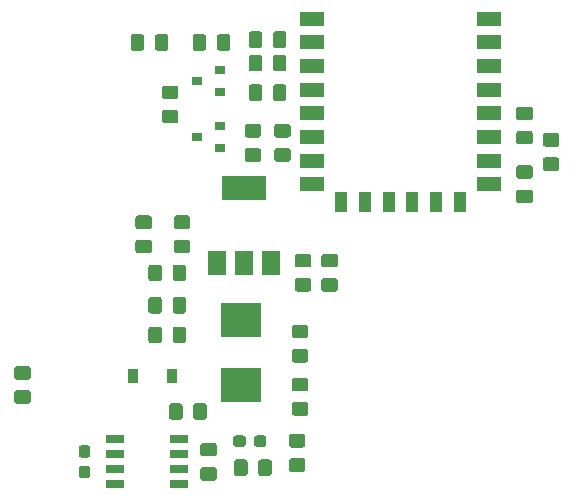
<source format=gbr>
G04 #@! TF.GenerationSoftware,KiCad,Pcbnew,(5.1.5)-3*
G04 #@! TF.CreationDate,2021-01-11T18:37:13+01:00*
G04 #@! TF.ProjectId,esp12Board,65737031-3242-46f6-9172-642e6b696361,rev?*
G04 #@! TF.SameCoordinates,Original*
G04 #@! TF.FileFunction,Paste,Top*
G04 #@! TF.FilePolarity,Positive*
%FSLAX46Y46*%
G04 Gerber Fmt 4.6, Leading zero omitted, Abs format (unit mm)*
G04 Created by KiCad (PCBNEW (5.1.5)-3) date 2021-01-11 18:37:13*
%MOMM*%
%LPD*%
G04 APERTURE LIST*
%ADD10C,0.100000*%
%ADD11R,1.500000X2.000000*%
%ADD12R,3.800000X2.000000*%
%ADD13R,1.100000X1.700000*%
%ADD14R,2.000000X1.200000*%
%ADD15R,0.900000X0.800000*%
%ADD16R,3.500000X2.950000*%
%ADD17R,1.525000X0.650000*%
%ADD18R,0.900000X1.200000*%
G04 APERTURE END LIST*
D10*
G36*
X58974505Y-64151204D02*
G01*
X58998773Y-64154804D01*
X59022572Y-64160765D01*
X59045671Y-64169030D01*
X59067850Y-64179520D01*
X59088893Y-64192132D01*
X59108599Y-64206747D01*
X59126777Y-64223223D01*
X59143253Y-64241401D01*
X59157868Y-64261107D01*
X59170480Y-64282150D01*
X59180970Y-64304329D01*
X59189235Y-64327428D01*
X59195196Y-64351227D01*
X59198796Y-64375495D01*
X59200000Y-64399999D01*
X59200000Y-65050001D01*
X59198796Y-65074505D01*
X59195196Y-65098773D01*
X59189235Y-65122572D01*
X59180970Y-65145671D01*
X59170480Y-65167850D01*
X59157868Y-65188893D01*
X59143253Y-65208599D01*
X59126777Y-65226777D01*
X59108599Y-65243253D01*
X59088893Y-65257868D01*
X59067850Y-65270480D01*
X59045671Y-65280970D01*
X59022572Y-65289235D01*
X58998773Y-65295196D01*
X58974505Y-65298796D01*
X58950001Y-65300000D01*
X58049999Y-65300000D01*
X58025495Y-65298796D01*
X58001227Y-65295196D01*
X57977428Y-65289235D01*
X57954329Y-65280970D01*
X57932150Y-65270480D01*
X57911107Y-65257868D01*
X57891401Y-65243253D01*
X57873223Y-65226777D01*
X57856747Y-65208599D01*
X57842132Y-65188893D01*
X57829520Y-65167850D01*
X57819030Y-65145671D01*
X57810765Y-65122572D01*
X57804804Y-65098773D01*
X57801204Y-65074505D01*
X57800000Y-65050001D01*
X57800000Y-64399999D01*
X57801204Y-64375495D01*
X57804804Y-64351227D01*
X57810765Y-64327428D01*
X57819030Y-64304329D01*
X57829520Y-64282150D01*
X57842132Y-64261107D01*
X57856747Y-64241401D01*
X57873223Y-64223223D01*
X57891401Y-64206747D01*
X57911107Y-64192132D01*
X57932150Y-64179520D01*
X57954329Y-64169030D01*
X57977428Y-64160765D01*
X58001227Y-64154804D01*
X58025495Y-64151204D01*
X58049999Y-64150000D01*
X58950001Y-64150000D01*
X58974505Y-64151204D01*
G37*
G36*
X58974505Y-66201204D02*
G01*
X58998773Y-66204804D01*
X59022572Y-66210765D01*
X59045671Y-66219030D01*
X59067850Y-66229520D01*
X59088893Y-66242132D01*
X59108599Y-66256747D01*
X59126777Y-66273223D01*
X59143253Y-66291401D01*
X59157868Y-66311107D01*
X59170480Y-66332150D01*
X59180970Y-66354329D01*
X59189235Y-66377428D01*
X59195196Y-66401227D01*
X59198796Y-66425495D01*
X59200000Y-66449999D01*
X59200000Y-67100001D01*
X59198796Y-67124505D01*
X59195196Y-67148773D01*
X59189235Y-67172572D01*
X59180970Y-67195671D01*
X59170480Y-67217850D01*
X59157868Y-67238893D01*
X59143253Y-67258599D01*
X59126777Y-67276777D01*
X59108599Y-67293253D01*
X59088893Y-67307868D01*
X59067850Y-67320480D01*
X59045671Y-67330970D01*
X59022572Y-67339235D01*
X58998773Y-67345196D01*
X58974505Y-67348796D01*
X58950001Y-67350000D01*
X58049999Y-67350000D01*
X58025495Y-67348796D01*
X58001227Y-67345196D01*
X57977428Y-67339235D01*
X57954329Y-67330970D01*
X57932150Y-67320480D01*
X57911107Y-67307868D01*
X57891401Y-67293253D01*
X57873223Y-67276777D01*
X57856747Y-67258599D01*
X57842132Y-67238893D01*
X57829520Y-67217850D01*
X57819030Y-67195671D01*
X57810765Y-67172572D01*
X57804804Y-67148773D01*
X57801204Y-67124505D01*
X57800000Y-67100001D01*
X57800000Y-66449999D01*
X57801204Y-66425495D01*
X57804804Y-66401227D01*
X57810765Y-66377428D01*
X57819030Y-66354329D01*
X57829520Y-66332150D01*
X57842132Y-66311107D01*
X57856747Y-66291401D01*
X57873223Y-66273223D01*
X57891401Y-66256747D01*
X57911107Y-66242132D01*
X57932150Y-66229520D01*
X57954329Y-66219030D01*
X57977428Y-66210765D01*
X58001227Y-66204804D01*
X58025495Y-66201204D01*
X58049999Y-66200000D01*
X58950001Y-66200000D01*
X58974505Y-66201204D01*
G37*
G36*
X32974505Y-73651204D02*
G01*
X32998773Y-73654804D01*
X33022572Y-73660765D01*
X33045671Y-73669030D01*
X33067850Y-73679520D01*
X33088893Y-73692132D01*
X33108599Y-73706747D01*
X33126777Y-73723223D01*
X33143253Y-73741401D01*
X33157868Y-73761107D01*
X33170480Y-73782150D01*
X33180970Y-73804329D01*
X33189235Y-73827428D01*
X33195196Y-73851227D01*
X33198796Y-73875495D01*
X33200000Y-73899999D01*
X33200000Y-74550001D01*
X33198796Y-74574505D01*
X33195196Y-74598773D01*
X33189235Y-74622572D01*
X33180970Y-74645671D01*
X33170480Y-74667850D01*
X33157868Y-74688893D01*
X33143253Y-74708599D01*
X33126777Y-74726777D01*
X33108599Y-74743253D01*
X33088893Y-74757868D01*
X33067850Y-74770480D01*
X33045671Y-74780970D01*
X33022572Y-74789235D01*
X32998773Y-74795196D01*
X32974505Y-74798796D01*
X32950001Y-74800000D01*
X32049999Y-74800000D01*
X32025495Y-74798796D01*
X32001227Y-74795196D01*
X31977428Y-74789235D01*
X31954329Y-74780970D01*
X31932150Y-74770480D01*
X31911107Y-74757868D01*
X31891401Y-74743253D01*
X31873223Y-74726777D01*
X31856747Y-74708599D01*
X31842132Y-74688893D01*
X31829520Y-74667850D01*
X31819030Y-74645671D01*
X31810765Y-74622572D01*
X31804804Y-74598773D01*
X31801204Y-74574505D01*
X31800000Y-74550001D01*
X31800000Y-73899999D01*
X31801204Y-73875495D01*
X31804804Y-73851227D01*
X31810765Y-73827428D01*
X31819030Y-73804329D01*
X31829520Y-73782150D01*
X31842132Y-73761107D01*
X31856747Y-73741401D01*
X31873223Y-73723223D01*
X31891401Y-73706747D01*
X31911107Y-73692132D01*
X31932150Y-73679520D01*
X31954329Y-73669030D01*
X31977428Y-73660765D01*
X32001227Y-73654804D01*
X32025495Y-73651204D01*
X32049999Y-73650000D01*
X32950001Y-73650000D01*
X32974505Y-73651204D01*
G37*
G36*
X32974505Y-75701204D02*
G01*
X32998773Y-75704804D01*
X33022572Y-75710765D01*
X33045671Y-75719030D01*
X33067850Y-75729520D01*
X33088893Y-75742132D01*
X33108599Y-75756747D01*
X33126777Y-75773223D01*
X33143253Y-75791401D01*
X33157868Y-75811107D01*
X33170480Y-75832150D01*
X33180970Y-75854329D01*
X33189235Y-75877428D01*
X33195196Y-75901227D01*
X33198796Y-75925495D01*
X33200000Y-75949999D01*
X33200000Y-76600001D01*
X33198796Y-76624505D01*
X33195196Y-76648773D01*
X33189235Y-76672572D01*
X33180970Y-76695671D01*
X33170480Y-76717850D01*
X33157868Y-76738893D01*
X33143253Y-76758599D01*
X33126777Y-76776777D01*
X33108599Y-76793253D01*
X33088893Y-76807868D01*
X33067850Y-76820480D01*
X33045671Y-76830970D01*
X33022572Y-76839235D01*
X32998773Y-76845196D01*
X32974505Y-76848796D01*
X32950001Y-76850000D01*
X32049999Y-76850000D01*
X32025495Y-76848796D01*
X32001227Y-76845196D01*
X31977428Y-76839235D01*
X31954329Y-76830970D01*
X31932150Y-76820480D01*
X31911107Y-76807868D01*
X31891401Y-76793253D01*
X31873223Y-76776777D01*
X31856747Y-76758599D01*
X31842132Y-76738893D01*
X31829520Y-76717850D01*
X31819030Y-76695671D01*
X31810765Y-76672572D01*
X31804804Y-76648773D01*
X31801204Y-76624505D01*
X31800000Y-76600001D01*
X31800000Y-75949999D01*
X31801204Y-75925495D01*
X31804804Y-75901227D01*
X31810765Y-75877428D01*
X31819030Y-75854329D01*
X31829520Y-75832150D01*
X31842132Y-75811107D01*
X31856747Y-75791401D01*
X31873223Y-75773223D01*
X31891401Y-75756747D01*
X31911107Y-75742132D01*
X31932150Y-75729520D01*
X31954329Y-75719030D01*
X31977428Y-75710765D01*
X32001227Y-75704804D01*
X32025495Y-75701204D01*
X32049999Y-75700000D01*
X32950001Y-75700000D01*
X32974505Y-75701204D01*
G37*
D11*
X48950000Y-64900000D03*
X53550000Y-64900000D03*
X51250000Y-64900000D03*
D12*
X51250000Y-58600000D03*
D13*
X69500000Y-59750000D03*
X67500000Y-59750000D03*
X65500000Y-59750000D03*
X63500000Y-59750000D03*
X61500000Y-59750000D03*
X59500000Y-59750000D03*
D14*
X72000000Y-44250000D03*
X72000000Y-46250000D03*
X72000000Y-48250000D03*
X72000000Y-50250000D03*
X72000000Y-52250000D03*
X72000000Y-54250000D03*
X72000000Y-56250000D03*
X72000000Y-58250000D03*
X57000000Y-58250000D03*
X57000000Y-56250000D03*
X57000000Y-54250000D03*
X57000000Y-52250000D03*
X57000000Y-50250000D03*
X57000000Y-48250000D03*
X57000000Y-46250000D03*
X57000000Y-44250000D03*
D10*
G36*
X56224505Y-81451204D02*
G01*
X56248773Y-81454804D01*
X56272572Y-81460765D01*
X56295671Y-81469030D01*
X56317850Y-81479520D01*
X56338893Y-81492132D01*
X56358599Y-81506747D01*
X56376777Y-81523223D01*
X56393253Y-81541401D01*
X56407868Y-81561107D01*
X56420480Y-81582150D01*
X56430970Y-81604329D01*
X56439235Y-81627428D01*
X56445196Y-81651227D01*
X56448796Y-81675495D01*
X56450000Y-81699999D01*
X56450000Y-82350001D01*
X56448796Y-82374505D01*
X56445196Y-82398773D01*
X56439235Y-82422572D01*
X56430970Y-82445671D01*
X56420480Y-82467850D01*
X56407868Y-82488893D01*
X56393253Y-82508599D01*
X56376777Y-82526777D01*
X56358599Y-82543253D01*
X56338893Y-82557868D01*
X56317850Y-82570480D01*
X56295671Y-82580970D01*
X56272572Y-82589235D01*
X56248773Y-82595196D01*
X56224505Y-82598796D01*
X56200001Y-82600000D01*
X55299999Y-82600000D01*
X55275495Y-82598796D01*
X55251227Y-82595196D01*
X55227428Y-82589235D01*
X55204329Y-82580970D01*
X55182150Y-82570480D01*
X55161107Y-82557868D01*
X55141401Y-82543253D01*
X55123223Y-82526777D01*
X55106747Y-82508599D01*
X55092132Y-82488893D01*
X55079520Y-82467850D01*
X55069030Y-82445671D01*
X55060765Y-82422572D01*
X55054804Y-82398773D01*
X55051204Y-82374505D01*
X55050000Y-82350001D01*
X55050000Y-81699999D01*
X55051204Y-81675495D01*
X55054804Y-81651227D01*
X55060765Y-81627428D01*
X55069030Y-81604329D01*
X55079520Y-81582150D01*
X55092132Y-81561107D01*
X55106747Y-81541401D01*
X55123223Y-81523223D01*
X55141401Y-81506747D01*
X55161107Y-81492132D01*
X55182150Y-81479520D01*
X55204329Y-81469030D01*
X55227428Y-81460765D01*
X55251227Y-81454804D01*
X55275495Y-81451204D01*
X55299999Y-81450000D01*
X56200001Y-81450000D01*
X56224505Y-81451204D01*
G37*
G36*
X56224505Y-79401204D02*
G01*
X56248773Y-79404804D01*
X56272572Y-79410765D01*
X56295671Y-79419030D01*
X56317850Y-79429520D01*
X56338893Y-79442132D01*
X56358599Y-79456747D01*
X56376777Y-79473223D01*
X56393253Y-79491401D01*
X56407868Y-79511107D01*
X56420480Y-79532150D01*
X56430970Y-79554329D01*
X56439235Y-79577428D01*
X56445196Y-79601227D01*
X56448796Y-79625495D01*
X56450000Y-79649999D01*
X56450000Y-80300001D01*
X56448796Y-80324505D01*
X56445196Y-80348773D01*
X56439235Y-80372572D01*
X56430970Y-80395671D01*
X56420480Y-80417850D01*
X56407868Y-80438893D01*
X56393253Y-80458599D01*
X56376777Y-80476777D01*
X56358599Y-80493253D01*
X56338893Y-80507868D01*
X56317850Y-80520480D01*
X56295671Y-80530970D01*
X56272572Y-80539235D01*
X56248773Y-80545196D01*
X56224505Y-80548796D01*
X56200001Y-80550000D01*
X55299999Y-80550000D01*
X55275495Y-80548796D01*
X55251227Y-80545196D01*
X55227428Y-80539235D01*
X55204329Y-80530970D01*
X55182150Y-80520480D01*
X55161107Y-80507868D01*
X55141401Y-80493253D01*
X55123223Y-80476777D01*
X55106747Y-80458599D01*
X55092132Y-80438893D01*
X55079520Y-80417850D01*
X55069030Y-80395671D01*
X55060765Y-80372572D01*
X55054804Y-80348773D01*
X55051204Y-80324505D01*
X55050000Y-80300001D01*
X55050000Y-79649999D01*
X55051204Y-79625495D01*
X55054804Y-79601227D01*
X55060765Y-79577428D01*
X55069030Y-79554329D01*
X55079520Y-79532150D01*
X55092132Y-79511107D01*
X55106747Y-79491401D01*
X55123223Y-79473223D01*
X55141401Y-79456747D01*
X55161107Y-79442132D01*
X55182150Y-79429520D01*
X55204329Y-79419030D01*
X55227428Y-79410765D01*
X55251227Y-79404804D01*
X55275495Y-79401204D01*
X55299999Y-79400000D01*
X56200001Y-79400000D01*
X56224505Y-79401204D01*
G37*
G36*
X56474505Y-74651204D02*
G01*
X56498773Y-74654804D01*
X56522572Y-74660765D01*
X56545671Y-74669030D01*
X56567850Y-74679520D01*
X56588893Y-74692132D01*
X56608599Y-74706747D01*
X56626777Y-74723223D01*
X56643253Y-74741401D01*
X56657868Y-74761107D01*
X56670480Y-74782150D01*
X56680970Y-74804329D01*
X56689235Y-74827428D01*
X56695196Y-74851227D01*
X56698796Y-74875495D01*
X56700000Y-74899999D01*
X56700000Y-75550001D01*
X56698796Y-75574505D01*
X56695196Y-75598773D01*
X56689235Y-75622572D01*
X56680970Y-75645671D01*
X56670480Y-75667850D01*
X56657868Y-75688893D01*
X56643253Y-75708599D01*
X56626777Y-75726777D01*
X56608599Y-75743253D01*
X56588893Y-75757868D01*
X56567850Y-75770480D01*
X56545671Y-75780970D01*
X56522572Y-75789235D01*
X56498773Y-75795196D01*
X56474505Y-75798796D01*
X56450001Y-75800000D01*
X55549999Y-75800000D01*
X55525495Y-75798796D01*
X55501227Y-75795196D01*
X55477428Y-75789235D01*
X55454329Y-75780970D01*
X55432150Y-75770480D01*
X55411107Y-75757868D01*
X55391401Y-75743253D01*
X55373223Y-75726777D01*
X55356747Y-75708599D01*
X55342132Y-75688893D01*
X55329520Y-75667850D01*
X55319030Y-75645671D01*
X55310765Y-75622572D01*
X55304804Y-75598773D01*
X55301204Y-75574505D01*
X55300000Y-75550001D01*
X55300000Y-74899999D01*
X55301204Y-74875495D01*
X55304804Y-74851227D01*
X55310765Y-74827428D01*
X55319030Y-74804329D01*
X55329520Y-74782150D01*
X55342132Y-74761107D01*
X55356747Y-74741401D01*
X55373223Y-74723223D01*
X55391401Y-74706747D01*
X55411107Y-74692132D01*
X55432150Y-74679520D01*
X55454329Y-74669030D01*
X55477428Y-74660765D01*
X55501227Y-74654804D01*
X55525495Y-74651204D01*
X55549999Y-74650000D01*
X56450001Y-74650000D01*
X56474505Y-74651204D01*
G37*
G36*
X56474505Y-76701204D02*
G01*
X56498773Y-76704804D01*
X56522572Y-76710765D01*
X56545671Y-76719030D01*
X56567850Y-76729520D01*
X56588893Y-76742132D01*
X56608599Y-76756747D01*
X56626777Y-76773223D01*
X56643253Y-76791401D01*
X56657868Y-76811107D01*
X56670480Y-76832150D01*
X56680970Y-76854329D01*
X56689235Y-76877428D01*
X56695196Y-76901227D01*
X56698796Y-76925495D01*
X56700000Y-76949999D01*
X56700000Y-77600001D01*
X56698796Y-77624505D01*
X56695196Y-77648773D01*
X56689235Y-77672572D01*
X56680970Y-77695671D01*
X56670480Y-77717850D01*
X56657868Y-77738893D01*
X56643253Y-77758599D01*
X56626777Y-77776777D01*
X56608599Y-77793253D01*
X56588893Y-77807868D01*
X56567850Y-77820480D01*
X56545671Y-77830970D01*
X56522572Y-77839235D01*
X56498773Y-77845196D01*
X56474505Y-77848796D01*
X56450001Y-77850000D01*
X55549999Y-77850000D01*
X55525495Y-77848796D01*
X55501227Y-77845196D01*
X55477428Y-77839235D01*
X55454329Y-77830970D01*
X55432150Y-77820480D01*
X55411107Y-77807868D01*
X55391401Y-77793253D01*
X55373223Y-77776777D01*
X55356747Y-77758599D01*
X55342132Y-77738893D01*
X55329520Y-77717850D01*
X55319030Y-77695671D01*
X55310765Y-77672572D01*
X55304804Y-77648773D01*
X55301204Y-77624505D01*
X55300000Y-77600001D01*
X55300000Y-76949999D01*
X55301204Y-76925495D01*
X55304804Y-76901227D01*
X55310765Y-76877428D01*
X55319030Y-76854329D01*
X55329520Y-76832150D01*
X55342132Y-76811107D01*
X55356747Y-76791401D01*
X55373223Y-76773223D01*
X55391401Y-76756747D01*
X55411107Y-76742132D01*
X55432150Y-76729520D01*
X55454329Y-76719030D01*
X55477428Y-76710765D01*
X55501227Y-76704804D01*
X55525495Y-76701204D01*
X55549999Y-76700000D01*
X56450001Y-76700000D01*
X56474505Y-76701204D01*
G37*
G36*
X56474505Y-70151204D02*
G01*
X56498773Y-70154804D01*
X56522572Y-70160765D01*
X56545671Y-70169030D01*
X56567850Y-70179520D01*
X56588893Y-70192132D01*
X56608599Y-70206747D01*
X56626777Y-70223223D01*
X56643253Y-70241401D01*
X56657868Y-70261107D01*
X56670480Y-70282150D01*
X56680970Y-70304329D01*
X56689235Y-70327428D01*
X56695196Y-70351227D01*
X56698796Y-70375495D01*
X56700000Y-70399999D01*
X56700000Y-71050001D01*
X56698796Y-71074505D01*
X56695196Y-71098773D01*
X56689235Y-71122572D01*
X56680970Y-71145671D01*
X56670480Y-71167850D01*
X56657868Y-71188893D01*
X56643253Y-71208599D01*
X56626777Y-71226777D01*
X56608599Y-71243253D01*
X56588893Y-71257868D01*
X56567850Y-71270480D01*
X56545671Y-71280970D01*
X56522572Y-71289235D01*
X56498773Y-71295196D01*
X56474505Y-71298796D01*
X56450001Y-71300000D01*
X55549999Y-71300000D01*
X55525495Y-71298796D01*
X55501227Y-71295196D01*
X55477428Y-71289235D01*
X55454329Y-71280970D01*
X55432150Y-71270480D01*
X55411107Y-71257868D01*
X55391401Y-71243253D01*
X55373223Y-71226777D01*
X55356747Y-71208599D01*
X55342132Y-71188893D01*
X55329520Y-71167850D01*
X55319030Y-71145671D01*
X55310765Y-71122572D01*
X55304804Y-71098773D01*
X55301204Y-71074505D01*
X55300000Y-71050001D01*
X55300000Y-70399999D01*
X55301204Y-70375495D01*
X55304804Y-70351227D01*
X55310765Y-70327428D01*
X55319030Y-70304329D01*
X55329520Y-70282150D01*
X55342132Y-70261107D01*
X55356747Y-70241401D01*
X55373223Y-70223223D01*
X55391401Y-70206747D01*
X55411107Y-70192132D01*
X55432150Y-70179520D01*
X55454329Y-70169030D01*
X55477428Y-70160765D01*
X55501227Y-70154804D01*
X55525495Y-70151204D01*
X55549999Y-70150000D01*
X56450001Y-70150000D01*
X56474505Y-70151204D01*
G37*
G36*
X56474505Y-72201204D02*
G01*
X56498773Y-72204804D01*
X56522572Y-72210765D01*
X56545671Y-72219030D01*
X56567850Y-72229520D01*
X56588893Y-72242132D01*
X56608599Y-72256747D01*
X56626777Y-72273223D01*
X56643253Y-72291401D01*
X56657868Y-72311107D01*
X56670480Y-72332150D01*
X56680970Y-72354329D01*
X56689235Y-72377428D01*
X56695196Y-72401227D01*
X56698796Y-72425495D01*
X56700000Y-72449999D01*
X56700000Y-73100001D01*
X56698796Y-73124505D01*
X56695196Y-73148773D01*
X56689235Y-73172572D01*
X56680970Y-73195671D01*
X56670480Y-73217850D01*
X56657868Y-73238893D01*
X56643253Y-73258599D01*
X56626777Y-73276777D01*
X56608599Y-73293253D01*
X56588893Y-73307868D01*
X56567850Y-73320480D01*
X56545671Y-73330970D01*
X56522572Y-73339235D01*
X56498773Y-73345196D01*
X56474505Y-73348796D01*
X56450001Y-73350000D01*
X55549999Y-73350000D01*
X55525495Y-73348796D01*
X55501227Y-73345196D01*
X55477428Y-73339235D01*
X55454329Y-73330970D01*
X55432150Y-73320480D01*
X55411107Y-73307868D01*
X55391401Y-73293253D01*
X55373223Y-73276777D01*
X55356747Y-73258599D01*
X55342132Y-73238893D01*
X55329520Y-73217850D01*
X55319030Y-73195671D01*
X55310765Y-73172572D01*
X55304804Y-73148773D01*
X55301204Y-73124505D01*
X55300000Y-73100001D01*
X55300000Y-72449999D01*
X55301204Y-72425495D01*
X55304804Y-72401227D01*
X55310765Y-72377428D01*
X55319030Y-72354329D01*
X55329520Y-72332150D01*
X55342132Y-72311107D01*
X55356747Y-72291401D01*
X55373223Y-72273223D01*
X55391401Y-72256747D01*
X55411107Y-72242132D01*
X55432150Y-72229520D01*
X55454329Y-72219030D01*
X55477428Y-72210765D01*
X55501227Y-72204804D01*
X55525495Y-72201204D01*
X55549999Y-72200000D01*
X56450001Y-72200000D01*
X56474505Y-72201204D01*
G37*
G36*
X51324505Y-81551204D02*
G01*
X51348773Y-81554804D01*
X51372572Y-81560765D01*
X51395671Y-81569030D01*
X51417850Y-81579520D01*
X51438893Y-81592132D01*
X51458599Y-81606747D01*
X51476777Y-81623223D01*
X51493253Y-81641401D01*
X51507868Y-81661107D01*
X51520480Y-81682150D01*
X51530970Y-81704329D01*
X51539235Y-81727428D01*
X51545196Y-81751227D01*
X51548796Y-81775495D01*
X51550000Y-81799999D01*
X51550000Y-82700001D01*
X51548796Y-82724505D01*
X51545196Y-82748773D01*
X51539235Y-82772572D01*
X51530970Y-82795671D01*
X51520480Y-82817850D01*
X51507868Y-82838893D01*
X51493253Y-82858599D01*
X51476777Y-82876777D01*
X51458599Y-82893253D01*
X51438893Y-82907868D01*
X51417850Y-82920480D01*
X51395671Y-82930970D01*
X51372572Y-82939235D01*
X51348773Y-82945196D01*
X51324505Y-82948796D01*
X51300001Y-82950000D01*
X50649999Y-82950000D01*
X50625495Y-82948796D01*
X50601227Y-82945196D01*
X50577428Y-82939235D01*
X50554329Y-82930970D01*
X50532150Y-82920480D01*
X50511107Y-82907868D01*
X50491401Y-82893253D01*
X50473223Y-82876777D01*
X50456747Y-82858599D01*
X50442132Y-82838893D01*
X50429520Y-82817850D01*
X50419030Y-82795671D01*
X50410765Y-82772572D01*
X50404804Y-82748773D01*
X50401204Y-82724505D01*
X50400000Y-82700001D01*
X50400000Y-81799999D01*
X50401204Y-81775495D01*
X50404804Y-81751227D01*
X50410765Y-81727428D01*
X50419030Y-81704329D01*
X50429520Y-81682150D01*
X50442132Y-81661107D01*
X50456747Y-81641401D01*
X50473223Y-81623223D01*
X50491401Y-81606747D01*
X50511107Y-81592132D01*
X50532150Y-81579520D01*
X50554329Y-81569030D01*
X50577428Y-81560765D01*
X50601227Y-81554804D01*
X50625495Y-81551204D01*
X50649999Y-81550000D01*
X51300001Y-81550000D01*
X51324505Y-81551204D01*
G37*
G36*
X53374505Y-81551204D02*
G01*
X53398773Y-81554804D01*
X53422572Y-81560765D01*
X53445671Y-81569030D01*
X53467850Y-81579520D01*
X53488893Y-81592132D01*
X53508599Y-81606747D01*
X53526777Y-81623223D01*
X53543253Y-81641401D01*
X53557868Y-81661107D01*
X53570480Y-81682150D01*
X53580970Y-81704329D01*
X53589235Y-81727428D01*
X53595196Y-81751227D01*
X53598796Y-81775495D01*
X53600000Y-81799999D01*
X53600000Y-82700001D01*
X53598796Y-82724505D01*
X53595196Y-82748773D01*
X53589235Y-82772572D01*
X53580970Y-82795671D01*
X53570480Y-82817850D01*
X53557868Y-82838893D01*
X53543253Y-82858599D01*
X53526777Y-82876777D01*
X53508599Y-82893253D01*
X53488893Y-82907868D01*
X53467850Y-82920480D01*
X53445671Y-82930970D01*
X53422572Y-82939235D01*
X53398773Y-82945196D01*
X53374505Y-82948796D01*
X53350001Y-82950000D01*
X52699999Y-82950000D01*
X52675495Y-82948796D01*
X52651227Y-82945196D01*
X52627428Y-82939235D01*
X52604329Y-82930970D01*
X52582150Y-82920480D01*
X52561107Y-82907868D01*
X52541401Y-82893253D01*
X52523223Y-82876777D01*
X52506747Y-82858599D01*
X52492132Y-82838893D01*
X52479520Y-82817850D01*
X52469030Y-82795671D01*
X52460765Y-82772572D01*
X52454804Y-82748773D01*
X52451204Y-82724505D01*
X52450000Y-82700001D01*
X52450000Y-81799999D01*
X52451204Y-81775495D01*
X52454804Y-81751227D01*
X52460765Y-81727428D01*
X52469030Y-81704329D01*
X52479520Y-81682150D01*
X52492132Y-81661107D01*
X52506747Y-81641401D01*
X52523223Y-81623223D01*
X52541401Y-81606747D01*
X52561107Y-81592132D01*
X52582150Y-81579520D01*
X52604329Y-81569030D01*
X52627428Y-81560765D01*
X52651227Y-81554804D01*
X52675495Y-81551204D01*
X52699999Y-81550000D01*
X53350001Y-81550000D01*
X53374505Y-81551204D01*
G37*
G36*
X75474505Y-58701204D02*
G01*
X75498773Y-58704804D01*
X75522572Y-58710765D01*
X75545671Y-58719030D01*
X75567850Y-58729520D01*
X75588893Y-58742132D01*
X75608599Y-58756747D01*
X75626777Y-58773223D01*
X75643253Y-58791401D01*
X75657868Y-58811107D01*
X75670480Y-58832150D01*
X75680970Y-58854329D01*
X75689235Y-58877428D01*
X75695196Y-58901227D01*
X75698796Y-58925495D01*
X75700000Y-58949999D01*
X75700000Y-59600001D01*
X75698796Y-59624505D01*
X75695196Y-59648773D01*
X75689235Y-59672572D01*
X75680970Y-59695671D01*
X75670480Y-59717850D01*
X75657868Y-59738893D01*
X75643253Y-59758599D01*
X75626777Y-59776777D01*
X75608599Y-59793253D01*
X75588893Y-59807868D01*
X75567850Y-59820480D01*
X75545671Y-59830970D01*
X75522572Y-59839235D01*
X75498773Y-59845196D01*
X75474505Y-59848796D01*
X75450001Y-59850000D01*
X74549999Y-59850000D01*
X74525495Y-59848796D01*
X74501227Y-59845196D01*
X74477428Y-59839235D01*
X74454329Y-59830970D01*
X74432150Y-59820480D01*
X74411107Y-59807868D01*
X74391401Y-59793253D01*
X74373223Y-59776777D01*
X74356747Y-59758599D01*
X74342132Y-59738893D01*
X74329520Y-59717850D01*
X74319030Y-59695671D01*
X74310765Y-59672572D01*
X74304804Y-59648773D01*
X74301204Y-59624505D01*
X74300000Y-59600001D01*
X74300000Y-58949999D01*
X74301204Y-58925495D01*
X74304804Y-58901227D01*
X74310765Y-58877428D01*
X74319030Y-58854329D01*
X74329520Y-58832150D01*
X74342132Y-58811107D01*
X74356747Y-58791401D01*
X74373223Y-58773223D01*
X74391401Y-58756747D01*
X74411107Y-58742132D01*
X74432150Y-58729520D01*
X74454329Y-58719030D01*
X74477428Y-58710765D01*
X74501227Y-58704804D01*
X74525495Y-58701204D01*
X74549999Y-58700000D01*
X75450001Y-58700000D01*
X75474505Y-58701204D01*
G37*
G36*
X75474505Y-56651204D02*
G01*
X75498773Y-56654804D01*
X75522572Y-56660765D01*
X75545671Y-56669030D01*
X75567850Y-56679520D01*
X75588893Y-56692132D01*
X75608599Y-56706747D01*
X75626777Y-56723223D01*
X75643253Y-56741401D01*
X75657868Y-56761107D01*
X75670480Y-56782150D01*
X75680970Y-56804329D01*
X75689235Y-56827428D01*
X75695196Y-56851227D01*
X75698796Y-56875495D01*
X75700000Y-56899999D01*
X75700000Y-57550001D01*
X75698796Y-57574505D01*
X75695196Y-57598773D01*
X75689235Y-57622572D01*
X75680970Y-57645671D01*
X75670480Y-57667850D01*
X75657868Y-57688893D01*
X75643253Y-57708599D01*
X75626777Y-57726777D01*
X75608599Y-57743253D01*
X75588893Y-57757868D01*
X75567850Y-57770480D01*
X75545671Y-57780970D01*
X75522572Y-57789235D01*
X75498773Y-57795196D01*
X75474505Y-57798796D01*
X75450001Y-57800000D01*
X74549999Y-57800000D01*
X74525495Y-57798796D01*
X74501227Y-57795196D01*
X74477428Y-57789235D01*
X74454329Y-57780970D01*
X74432150Y-57770480D01*
X74411107Y-57757868D01*
X74391401Y-57743253D01*
X74373223Y-57726777D01*
X74356747Y-57708599D01*
X74342132Y-57688893D01*
X74329520Y-57667850D01*
X74319030Y-57645671D01*
X74310765Y-57622572D01*
X74304804Y-57598773D01*
X74301204Y-57574505D01*
X74300000Y-57550001D01*
X74300000Y-56899999D01*
X74301204Y-56875495D01*
X74304804Y-56851227D01*
X74310765Y-56827428D01*
X74319030Y-56804329D01*
X74329520Y-56782150D01*
X74342132Y-56761107D01*
X74356747Y-56741401D01*
X74373223Y-56723223D01*
X74391401Y-56706747D01*
X74411107Y-56692132D01*
X74432150Y-56679520D01*
X74454329Y-56669030D01*
X74477428Y-56660765D01*
X74501227Y-56654804D01*
X74525495Y-56651204D01*
X74549999Y-56650000D01*
X75450001Y-56650000D01*
X75474505Y-56651204D01*
G37*
G36*
X42574505Y-45551204D02*
G01*
X42598773Y-45554804D01*
X42622572Y-45560765D01*
X42645671Y-45569030D01*
X42667850Y-45579520D01*
X42688893Y-45592132D01*
X42708599Y-45606747D01*
X42726777Y-45623223D01*
X42743253Y-45641401D01*
X42757868Y-45661107D01*
X42770480Y-45682150D01*
X42780970Y-45704329D01*
X42789235Y-45727428D01*
X42795196Y-45751227D01*
X42798796Y-45775495D01*
X42800000Y-45799999D01*
X42800000Y-46700001D01*
X42798796Y-46724505D01*
X42795196Y-46748773D01*
X42789235Y-46772572D01*
X42780970Y-46795671D01*
X42770480Y-46817850D01*
X42757868Y-46838893D01*
X42743253Y-46858599D01*
X42726777Y-46876777D01*
X42708599Y-46893253D01*
X42688893Y-46907868D01*
X42667850Y-46920480D01*
X42645671Y-46930970D01*
X42622572Y-46939235D01*
X42598773Y-46945196D01*
X42574505Y-46948796D01*
X42550001Y-46950000D01*
X41899999Y-46950000D01*
X41875495Y-46948796D01*
X41851227Y-46945196D01*
X41827428Y-46939235D01*
X41804329Y-46930970D01*
X41782150Y-46920480D01*
X41761107Y-46907868D01*
X41741401Y-46893253D01*
X41723223Y-46876777D01*
X41706747Y-46858599D01*
X41692132Y-46838893D01*
X41679520Y-46817850D01*
X41669030Y-46795671D01*
X41660765Y-46772572D01*
X41654804Y-46748773D01*
X41651204Y-46724505D01*
X41650000Y-46700001D01*
X41650000Y-45799999D01*
X41651204Y-45775495D01*
X41654804Y-45751227D01*
X41660765Y-45727428D01*
X41669030Y-45704329D01*
X41679520Y-45682150D01*
X41692132Y-45661107D01*
X41706747Y-45641401D01*
X41723223Y-45623223D01*
X41741401Y-45606747D01*
X41761107Y-45592132D01*
X41782150Y-45579520D01*
X41804329Y-45569030D01*
X41827428Y-45560765D01*
X41851227Y-45554804D01*
X41875495Y-45551204D01*
X41899999Y-45550000D01*
X42550001Y-45550000D01*
X42574505Y-45551204D01*
G37*
G36*
X44624505Y-45551204D02*
G01*
X44648773Y-45554804D01*
X44672572Y-45560765D01*
X44695671Y-45569030D01*
X44717850Y-45579520D01*
X44738893Y-45592132D01*
X44758599Y-45606747D01*
X44776777Y-45623223D01*
X44793253Y-45641401D01*
X44807868Y-45661107D01*
X44820480Y-45682150D01*
X44830970Y-45704329D01*
X44839235Y-45727428D01*
X44845196Y-45751227D01*
X44848796Y-45775495D01*
X44850000Y-45799999D01*
X44850000Y-46700001D01*
X44848796Y-46724505D01*
X44845196Y-46748773D01*
X44839235Y-46772572D01*
X44830970Y-46795671D01*
X44820480Y-46817850D01*
X44807868Y-46838893D01*
X44793253Y-46858599D01*
X44776777Y-46876777D01*
X44758599Y-46893253D01*
X44738893Y-46907868D01*
X44717850Y-46920480D01*
X44695671Y-46930970D01*
X44672572Y-46939235D01*
X44648773Y-46945196D01*
X44624505Y-46948796D01*
X44600001Y-46950000D01*
X43949999Y-46950000D01*
X43925495Y-46948796D01*
X43901227Y-46945196D01*
X43877428Y-46939235D01*
X43854329Y-46930970D01*
X43832150Y-46920480D01*
X43811107Y-46907868D01*
X43791401Y-46893253D01*
X43773223Y-46876777D01*
X43756747Y-46858599D01*
X43742132Y-46838893D01*
X43729520Y-46817850D01*
X43719030Y-46795671D01*
X43710765Y-46772572D01*
X43704804Y-46748773D01*
X43701204Y-46724505D01*
X43700000Y-46700001D01*
X43700000Y-45799999D01*
X43701204Y-45775495D01*
X43704804Y-45751227D01*
X43710765Y-45727428D01*
X43719030Y-45704329D01*
X43729520Y-45682150D01*
X43742132Y-45661107D01*
X43756747Y-45641401D01*
X43773223Y-45623223D01*
X43791401Y-45606747D01*
X43811107Y-45592132D01*
X43832150Y-45579520D01*
X43854329Y-45569030D01*
X43877428Y-45560765D01*
X43901227Y-45554804D01*
X43925495Y-45551204D01*
X43949999Y-45550000D01*
X44600001Y-45550000D01*
X44624505Y-45551204D01*
G37*
G36*
X49874505Y-45551204D02*
G01*
X49898773Y-45554804D01*
X49922572Y-45560765D01*
X49945671Y-45569030D01*
X49967850Y-45579520D01*
X49988893Y-45592132D01*
X50008599Y-45606747D01*
X50026777Y-45623223D01*
X50043253Y-45641401D01*
X50057868Y-45661107D01*
X50070480Y-45682150D01*
X50080970Y-45704329D01*
X50089235Y-45727428D01*
X50095196Y-45751227D01*
X50098796Y-45775495D01*
X50100000Y-45799999D01*
X50100000Y-46700001D01*
X50098796Y-46724505D01*
X50095196Y-46748773D01*
X50089235Y-46772572D01*
X50080970Y-46795671D01*
X50070480Y-46817850D01*
X50057868Y-46838893D01*
X50043253Y-46858599D01*
X50026777Y-46876777D01*
X50008599Y-46893253D01*
X49988893Y-46907868D01*
X49967850Y-46920480D01*
X49945671Y-46930970D01*
X49922572Y-46939235D01*
X49898773Y-46945196D01*
X49874505Y-46948796D01*
X49850001Y-46950000D01*
X49199999Y-46950000D01*
X49175495Y-46948796D01*
X49151227Y-46945196D01*
X49127428Y-46939235D01*
X49104329Y-46930970D01*
X49082150Y-46920480D01*
X49061107Y-46907868D01*
X49041401Y-46893253D01*
X49023223Y-46876777D01*
X49006747Y-46858599D01*
X48992132Y-46838893D01*
X48979520Y-46817850D01*
X48969030Y-46795671D01*
X48960765Y-46772572D01*
X48954804Y-46748773D01*
X48951204Y-46724505D01*
X48950000Y-46700001D01*
X48950000Y-45799999D01*
X48951204Y-45775495D01*
X48954804Y-45751227D01*
X48960765Y-45727428D01*
X48969030Y-45704329D01*
X48979520Y-45682150D01*
X48992132Y-45661107D01*
X49006747Y-45641401D01*
X49023223Y-45623223D01*
X49041401Y-45606747D01*
X49061107Y-45592132D01*
X49082150Y-45579520D01*
X49104329Y-45569030D01*
X49127428Y-45560765D01*
X49151227Y-45554804D01*
X49175495Y-45551204D01*
X49199999Y-45550000D01*
X49850001Y-45550000D01*
X49874505Y-45551204D01*
G37*
G36*
X47824505Y-45551204D02*
G01*
X47848773Y-45554804D01*
X47872572Y-45560765D01*
X47895671Y-45569030D01*
X47917850Y-45579520D01*
X47938893Y-45592132D01*
X47958599Y-45606747D01*
X47976777Y-45623223D01*
X47993253Y-45641401D01*
X48007868Y-45661107D01*
X48020480Y-45682150D01*
X48030970Y-45704329D01*
X48039235Y-45727428D01*
X48045196Y-45751227D01*
X48048796Y-45775495D01*
X48050000Y-45799999D01*
X48050000Y-46700001D01*
X48048796Y-46724505D01*
X48045196Y-46748773D01*
X48039235Y-46772572D01*
X48030970Y-46795671D01*
X48020480Y-46817850D01*
X48007868Y-46838893D01*
X47993253Y-46858599D01*
X47976777Y-46876777D01*
X47958599Y-46893253D01*
X47938893Y-46907868D01*
X47917850Y-46920480D01*
X47895671Y-46930970D01*
X47872572Y-46939235D01*
X47848773Y-46945196D01*
X47824505Y-46948796D01*
X47800001Y-46950000D01*
X47149999Y-46950000D01*
X47125495Y-46948796D01*
X47101227Y-46945196D01*
X47077428Y-46939235D01*
X47054329Y-46930970D01*
X47032150Y-46920480D01*
X47011107Y-46907868D01*
X46991401Y-46893253D01*
X46973223Y-46876777D01*
X46956747Y-46858599D01*
X46942132Y-46838893D01*
X46929520Y-46817850D01*
X46919030Y-46795671D01*
X46910765Y-46772572D01*
X46904804Y-46748773D01*
X46901204Y-46724505D01*
X46900000Y-46700001D01*
X46900000Y-45799999D01*
X46901204Y-45775495D01*
X46904804Y-45751227D01*
X46910765Y-45727428D01*
X46919030Y-45704329D01*
X46929520Y-45682150D01*
X46942132Y-45661107D01*
X46956747Y-45641401D01*
X46973223Y-45623223D01*
X46991401Y-45606747D01*
X47011107Y-45592132D01*
X47032150Y-45579520D01*
X47054329Y-45569030D01*
X47077428Y-45560765D01*
X47101227Y-45554804D01*
X47125495Y-45551204D01*
X47149999Y-45550000D01*
X47800001Y-45550000D01*
X47824505Y-45551204D01*
G37*
G36*
X45474505Y-49901204D02*
G01*
X45498773Y-49904804D01*
X45522572Y-49910765D01*
X45545671Y-49919030D01*
X45567850Y-49929520D01*
X45588893Y-49942132D01*
X45608599Y-49956747D01*
X45626777Y-49973223D01*
X45643253Y-49991401D01*
X45657868Y-50011107D01*
X45670480Y-50032150D01*
X45680970Y-50054329D01*
X45689235Y-50077428D01*
X45695196Y-50101227D01*
X45698796Y-50125495D01*
X45700000Y-50149999D01*
X45700000Y-50800001D01*
X45698796Y-50824505D01*
X45695196Y-50848773D01*
X45689235Y-50872572D01*
X45680970Y-50895671D01*
X45670480Y-50917850D01*
X45657868Y-50938893D01*
X45643253Y-50958599D01*
X45626777Y-50976777D01*
X45608599Y-50993253D01*
X45588893Y-51007868D01*
X45567850Y-51020480D01*
X45545671Y-51030970D01*
X45522572Y-51039235D01*
X45498773Y-51045196D01*
X45474505Y-51048796D01*
X45450001Y-51050000D01*
X44549999Y-51050000D01*
X44525495Y-51048796D01*
X44501227Y-51045196D01*
X44477428Y-51039235D01*
X44454329Y-51030970D01*
X44432150Y-51020480D01*
X44411107Y-51007868D01*
X44391401Y-50993253D01*
X44373223Y-50976777D01*
X44356747Y-50958599D01*
X44342132Y-50938893D01*
X44329520Y-50917850D01*
X44319030Y-50895671D01*
X44310765Y-50872572D01*
X44304804Y-50848773D01*
X44301204Y-50824505D01*
X44300000Y-50800001D01*
X44300000Y-50149999D01*
X44301204Y-50125495D01*
X44304804Y-50101227D01*
X44310765Y-50077428D01*
X44319030Y-50054329D01*
X44329520Y-50032150D01*
X44342132Y-50011107D01*
X44356747Y-49991401D01*
X44373223Y-49973223D01*
X44391401Y-49956747D01*
X44411107Y-49942132D01*
X44432150Y-49929520D01*
X44454329Y-49919030D01*
X44477428Y-49910765D01*
X44501227Y-49904804D01*
X44525495Y-49901204D01*
X44549999Y-49900000D01*
X45450001Y-49900000D01*
X45474505Y-49901204D01*
G37*
G36*
X45474505Y-51951204D02*
G01*
X45498773Y-51954804D01*
X45522572Y-51960765D01*
X45545671Y-51969030D01*
X45567850Y-51979520D01*
X45588893Y-51992132D01*
X45608599Y-52006747D01*
X45626777Y-52023223D01*
X45643253Y-52041401D01*
X45657868Y-52061107D01*
X45670480Y-52082150D01*
X45680970Y-52104329D01*
X45689235Y-52127428D01*
X45695196Y-52151227D01*
X45698796Y-52175495D01*
X45700000Y-52199999D01*
X45700000Y-52850001D01*
X45698796Y-52874505D01*
X45695196Y-52898773D01*
X45689235Y-52922572D01*
X45680970Y-52945671D01*
X45670480Y-52967850D01*
X45657868Y-52988893D01*
X45643253Y-53008599D01*
X45626777Y-53026777D01*
X45608599Y-53043253D01*
X45588893Y-53057868D01*
X45567850Y-53070480D01*
X45545671Y-53080970D01*
X45522572Y-53089235D01*
X45498773Y-53095196D01*
X45474505Y-53098796D01*
X45450001Y-53100000D01*
X44549999Y-53100000D01*
X44525495Y-53098796D01*
X44501227Y-53095196D01*
X44477428Y-53089235D01*
X44454329Y-53080970D01*
X44432150Y-53070480D01*
X44411107Y-53057868D01*
X44391401Y-53043253D01*
X44373223Y-53026777D01*
X44356747Y-53008599D01*
X44342132Y-52988893D01*
X44329520Y-52967850D01*
X44319030Y-52945671D01*
X44310765Y-52922572D01*
X44304804Y-52898773D01*
X44301204Y-52874505D01*
X44300000Y-52850001D01*
X44300000Y-52199999D01*
X44301204Y-52175495D01*
X44304804Y-52151227D01*
X44310765Y-52127428D01*
X44319030Y-52104329D01*
X44329520Y-52082150D01*
X44342132Y-52061107D01*
X44356747Y-52041401D01*
X44373223Y-52023223D01*
X44391401Y-52006747D01*
X44411107Y-51992132D01*
X44432150Y-51979520D01*
X44454329Y-51969030D01*
X44477428Y-51960765D01*
X44501227Y-51954804D01*
X44525495Y-51951204D01*
X44549999Y-51950000D01*
X45450001Y-51950000D01*
X45474505Y-51951204D01*
G37*
G36*
X52474505Y-55201204D02*
G01*
X52498773Y-55204804D01*
X52522572Y-55210765D01*
X52545671Y-55219030D01*
X52567850Y-55229520D01*
X52588893Y-55242132D01*
X52608599Y-55256747D01*
X52626777Y-55273223D01*
X52643253Y-55291401D01*
X52657868Y-55311107D01*
X52670480Y-55332150D01*
X52680970Y-55354329D01*
X52689235Y-55377428D01*
X52695196Y-55401227D01*
X52698796Y-55425495D01*
X52700000Y-55449999D01*
X52700000Y-56100001D01*
X52698796Y-56124505D01*
X52695196Y-56148773D01*
X52689235Y-56172572D01*
X52680970Y-56195671D01*
X52670480Y-56217850D01*
X52657868Y-56238893D01*
X52643253Y-56258599D01*
X52626777Y-56276777D01*
X52608599Y-56293253D01*
X52588893Y-56307868D01*
X52567850Y-56320480D01*
X52545671Y-56330970D01*
X52522572Y-56339235D01*
X52498773Y-56345196D01*
X52474505Y-56348796D01*
X52450001Y-56350000D01*
X51549999Y-56350000D01*
X51525495Y-56348796D01*
X51501227Y-56345196D01*
X51477428Y-56339235D01*
X51454329Y-56330970D01*
X51432150Y-56320480D01*
X51411107Y-56307868D01*
X51391401Y-56293253D01*
X51373223Y-56276777D01*
X51356747Y-56258599D01*
X51342132Y-56238893D01*
X51329520Y-56217850D01*
X51319030Y-56195671D01*
X51310765Y-56172572D01*
X51304804Y-56148773D01*
X51301204Y-56124505D01*
X51300000Y-56100001D01*
X51300000Y-55449999D01*
X51301204Y-55425495D01*
X51304804Y-55401227D01*
X51310765Y-55377428D01*
X51319030Y-55354329D01*
X51329520Y-55332150D01*
X51342132Y-55311107D01*
X51356747Y-55291401D01*
X51373223Y-55273223D01*
X51391401Y-55256747D01*
X51411107Y-55242132D01*
X51432150Y-55229520D01*
X51454329Y-55219030D01*
X51477428Y-55210765D01*
X51501227Y-55204804D01*
X51525495Y-55201204D01*
X51549999Y-55200000D01*
X52450001Y-55200000D01*
X52474505Y-55201204D01*
G37*
G36*
X52474505Y-53151204D02*
G01*
X52498773Y-53154804D01*
X52522572Y-53160765D01*
X52545671Y-53169030D01*
X52567850Y-53179520D01*
X52588893Y-53192132D01*
X52608599Y-53206747D01*
X52626777Y-53223223D01*
X52643253Y-53241401D01*
X52657868Y-53261107D01*
X52670480Y-53282150D01*
X52680970Y-53304329D01*
X52689235Y-53327428D01*
X52695196Y-53351227D01*
X52698796Y-53375495D01*
X52700000Y-53399999D01*
X52700000Y-54050001D01*
X52698796Y-54074505D01*
X52695196Y-54098773D01*
X52689235Y-54122572D01*
X52680970Y-54145671D01*
X52670480Y-54167850D01*
X52657868Y-54188893D01*
X52643253Y-54208599D01*
X52626777Y-54226777D01*
X52608599Y-54243253D01*
X52588893Y-54257868D01*
X52567850Y-54270480D01*
X52545671Y-54280970D01*
X52522572Y-54289235D01*
X52498773Y-54295196D01*
X52474505Y-54298796D01*
X52450001Y-54300000D01*
X51549999Y-54300000D01*
X51525495Y-54298796D01*
X51501227Y-54295196D01*
X51477428Y-54289235D01*
X51454329Y-54280970D01*
X51432150Y-54270480D01*
X51411107Y-54257868D01*
X51391401Y-54243253D01*
X51373223Y-54226777D01*
X51356747Y-54208599D01*
X51342132Y-54188893D01*
X51329520Y-54167850D01*
X51319030Y-54145671D01*
X51310765Y-54122572D01*
X51304804Y-54098773D01*
X51301204Y-54074505D01*
X51300000Y-54050001D01*
X51300000Y-53399999D01*
X51301204Y-53375495D01*
X51304804Y-53351227D01*
X51310765Y-53327428D01*
X51319030Y-53304329D01*
X51329520Y-53282150D01*
X51342132Y-53261107D01*
X51356747Y-53241401D01*
X51373223Y-53223223D01*
X51391401Y-53206747D01*
X51411107Y-53192132D01*
X51432150Y-53179520D01*
X51454329Y-53169030D01*
X51477428Y-53160765D01*
X51501227Y-53154804D01*
X51525495Y-53151204D01*
X51549999Y-53150000D01*
X52450001Y-53150000D01*
X52474505Y-53151204D01*
G37*
G36*
X54624505Y-47301204D02*
G01*
X54648773Y-47304804D01*
X54672572Y-47310765D01*
X54695671Y-47319030D01*
X54717850Y-47329520D01*
X54738893Y-47342132D01*
X54758599Y-47356747D01*
X54776777Y-47373223D01*
X54793253Y-47391401D01*
X54807868Y-47411107D01*
X54820480Y-47432150D01*
X54830970Y-47454329D01*
X54839235Y-47477428D01*
X54845196Y-47501227D01*
X54848796Y-47525495D01*
X54850000Y-47549999D01*
X54850000Y-48450001D01*
X54848796Y-48474505D01*
X54845196Y-48498773D01*
X54839235Y-48522572D01*
X54830970Y-48545671D01*
X54820480Y-48567850D01*
X54807868Y-48588893D01*
X54793253Y-48608599D01*
X54776777Y-48626777D01*
X54758599Y-48643253D01*
X54738893Y-48657868D01*
X54717850Y-48670480D01*
X54695671Y-48680970D01*
X54672572Y-48689235D01*
X54648773Y-48695196D01*
X54624505Y-48698796D01*
X54600001Y-48700000D01*
X53949999Y-48700000D01*
X53925495Y-48698796D01*
X53901227Y-48695196D01*
X53877428Y-48689235D01*
X53854329Y-48680970D01*
X53832150Y-48670480D01*
X53811107Y-48657868D01*
X53791401Y-48643253D01*
X53773223Y-48626777D01*
X53756747Y-48608599D01*
X53742132Y-48588893D01*
X53729520Y-48567850D01*
X53719030Y-48545671D01*
X53710765Y-48522572D01*
X53704804Y-48498773D01*
X53701204Y-48474505D01*
X53700000Y-48450001D01*
X53700000Y-47549999D01*
X53701204Y-47525495D01*
X53704804Y-47501227D01*
X53710765Y-47477428D01*
X53719030Y-47454329D01*
X53729520Y-47432150D01*
X53742132Y-47411107D01*
X53756747Y-47391401D01*
X53773223Y-47373223D01*
X53791401Y-47356747D01*
X53811107Y-47342132D01*
X53832150Y-47329520D01*
X53854329Y-47319030D01*
X53877428Y-47310765D01*
X53901227Y-47304804D01*
X53925495Y-47301204D01*
X53949999Y-47300000D01*
X54600001Y-47300000D01*
X54624505Y-47301204D01*
G37*
G36*
X52574505Y-47301204D02*
G01*
X52598773Y-47304804D01*
X52622572Y-47310765D01*
X52645671Y-47319030D01*
X52667850Y-47329520D01*
X52688893Y-47342132D01*
X52708599Y-47356747D01*
X52726777Y-47373223D01*
X52743253Y-47391401D01*
X52757868Y-47411107D01*
X52770480Y-47432150D01*
X52780970Y-47454329D01*
X52789235Y-47477428D01*
X52795196Y-47501227D01*
X52798796Y-47525495D01*
X52800000Y-47549999D01*
X52800000Y-48450001D01*
X52798796Y-48474505D01*
X52795196Y-48498773D01*
X52789235Y-48522572D01*
X52780970Y-48545671D01*
X52770480Y-48567850D01*
X52757868Y-48588893D01*
X52743253Y-48608599D01*
X52726777Y-48626777D01*
X52708599Y-48643253D01*
X52688893Y-48657868D01*
X52667850Y-48670480D01*
X52645671Y-48680970D01*
X52622572Y-48689235D01*
X52598773Y-48695196D01*
X52574505Y-48698796D01*
X52550001Y-48700000D01*
X51899999Y-48700000D01*
X51875495Y-48698796D01*
X51851227Y-48695196D01*
X51827428Y-48689235D01*
X51804329Y-48680970D01*
X51782150Y-48670480D01*
X51761107Y-48657868D01*
X51741401Y-48643253D01*
X51723223Y-48626777D01*
X51706747Y-48608599D01*
X51692132Y-48588893D01*
X51679520Y-48567850D01*
X51669030Y-48545671D01*
X51660765Y-48522572D01*
X51654804Y-48498773D01*
X51651204Y-48474505D01*
X51650000Y-48450001D01*
X51650000Y-47549999D01*
X51651204Y-47525495D01*
X51654804Y-47501227D01*
X51660765Y-47477428D01*
X51669030Y-47454329D01*
X51679520Y-47432150D01*
X51692132Y-47411107D01*
X51706747Y-47391401D01*
X51723223Y-47373223D01*
X51741401Y-47356747D01*
X51761107Y-47342132D01*
X51782150Y-47329520D01*
X51804329Y-47319030D01*
X51827428Y-47310765D01*
X51851227Y-47304804D01*
X51875495Y-47301204D01*
X51899999Y-47300000D01*
X52550001Y-47300000D01*
X52574505Y-47301204D01*
G37*
G36*
X75474505Y-51676204D02*
G01*
X75498773Y-51679804D01*
X75522572Y-51685765D01*
X75545671Y-51694030D01*
X75567850Y-51704520D01*
X75588893Y-51717132D01*
X75608599Y-51731747D01*
X75626777Y-51748223D01*
X75643253Y-51766401D01*
X75657868Y-51786107D01*
X75670480Y-51807150D01*
X75680970Y-51829329D01*
X75689235Y-51852428D01*
X75695196Y-51876227D01*
X75698796Y-51900495D01*
X75700000Y-51924999D01*
X75700000Y-52575001D01*
X75698796Y-52599505D01*
X75695196Y-52623773D01*
X75689235Y-52647572D01*
X75680970Y-52670671D01*
X75670480Y-52692850D01*
X75657868Y-52713893D01*
X75643253Y-52733599D01*
X75626777Y-52751777D01*
X75608599Y-52768253D01*
X75588893Y-52782868D01*
X75567850Y-52795480D01*
X75545671Y-52805970D01*
X75522572Y-52814235D01*
X75498773Y-52820196D01*
X75474505Y-52823796D01*
X75450001Y-52825000D01*
X74549999Y-52825000D01*
X74525495Y-52823796D01*
X74501227Y-52820196D01*
X74477428Y-52814235D01*
X74454329Y-52805970D01*
X74432150Y-52795480D01*
X74411107Y-52782868D01*
X74391401Y-52768253D01*
X74373223Y-52751777D01*
X74356747Y-52733599D01*
X74342132Y-52713893D01*
X74329520Y-52692850D01*
X74319030Y-52670671D01*
X74310765Y-52647572D01*
X74304804Y-52623773D01*
X74301204Y-52599505D01*
X74300000Y-52575001D01*
X74300000Y-51924999D01*
X74301204Y-51900495D01*
X74304804Y-51876227D01*
X74310765Y-51852428D01*
X74319030Y-51829329D01*
X74329520Y-51807150D01*
X74342132Y-51786107D01*
X74356747Y-51766401D01*
X74373223Y-51748223D01*
X74391401Y-51731747D01*
X74411107Y-51717132D01*
X74432150Y-51704520D01*
X74454329Y-51694030D01*
X74477428Y-51685765D01*
X74501227Y-51679804D01*
X74525495Y-51676204D01*
X74549999Y-51675000D01*
X75450001Y-51675000D01*
X75474505Y-51676204D01*
G37*
G36*
X75474505Y-53726204D02*
G01*
X75498773Y-53729804D01*
X75522572Y-53735765D01*
X75545671Y-53744030D01*
X75567850Y-53754520D01*
X75588893Y-53767132D01*
X75608599Y-53781747D01*
X75626777Y-53798223D01*
X75643253Y-53816401D01*
X75657868Y-53836107D01*
X75670480Y-53857150D01*
X75680970Y-53879329D01*
X75689235Y-53902428D01*
X75695196Y-53926227D01*
X75698796Y-53950495D01*
X75700000Y-53974999D01*
X75700000Y-54625001D01*
X75698796Y-54649505D01*
X75695196Y-54673773D01*
X75689235Y-54697572D01*
X75680970Y-54720671D01*
X75670480Y-54742850D01*
X75657868Y-54763893D01*
X75643253Y-54783599D01*
X75626777Y-54801777D01*
X75608599Y-54818253D01*
X75588893Y-54832868D01*
X75567850Y-54845480D01*
X75545671Y-54855970D01*
X75522572Y-54864235D01*
X75498773Y-54870196D01*
X75474505Y-54873796D01*
X75450001Y-54875000D01*
X74549999Y-54875000D01*
X74525495Y-54873796D01*
X74501227Y-54870196D01*
X74477428Y-54864235D01*
X74454329Y-54855970D01*
X74432150Y-54845480D01*
X74411107Y-54832868D01*
X74391401Y-54818253D01*
X74373223Y-54801777D01*
X74356747Y-54783599D01*
X74342132Y-54763893D01*
X74329520Y-54742850D01*
X74319030Y-54720671D01*
X74310765Y-54697572D01*
X74304804Y-54673773D01*
X74301204Y-54649505D01*
X74300000Y-54625001D01*
X74300000Y-53974999D01*
X74301204Y-53950495D01*
X74304804Y-53926227D01*
X74310765Y-53902428D01*
X74319030Y-53879329D01*
X74329520Y-53857150D01*
X74342132Y-53836107D01*
X74356747Y-53816401D01*
X74373223Y-53798223D01*
X74391401Y-53781747D01*
X74411107Y-53767132D01*
X74432150Y-53754520D01*
X74454329Y-53744030D01*
X74477428Y-53735765D01*
X74501227Y-53729804D01*
X74525495Y-53726204D01*
X74549999Y-53725000D01*
X75450001Y-53725000D01*
X75474505Y-53726204D01*
G37*
G36*
X77724505Y-55976204D02*
G01*
X77748773Y-55979804D01*
X77772572Y-55985765D01*
X77795671Y-55994030D01*
X77817850Y-56004520D01*
X77838893Y-56017132D01*
X77858599Y-56031747D01*
X77876777Y-56048223D01*
X77893253Y-56066401D01*
X77907868Y-56086107D01*
X77920480Y-56107150D01*
X77930970Y-56129329D01*
X77939235Y-56152428D01*
X77945196Y-56176227D01*
X77948796Y-56200495D01*
X77950000Y-56224999D01*
X77950000Y-56875001D01*
X77948796Y-56899505D01*
X77945196Y-56923773D01*
X77939235Y-56947572D01*
X77930970Y-56970671D01*
X77920480Y-56992850D01*
X77907868Y-57013893D01*
X77893253Y-57033599D01*
X77876777Y-57051777D01*
X77858599Y-57068253D01*
X77838893Y-57082868D01*
X77817850Y-57095480D01*
X77795671Y-57105970D01*
X77772572Y-57114235D01*
X77748773Y-57120196D01*
X77724505Y-57123796D01*
X77700001Y-57125000D01*
X76799999Y-57125000D01*
X76775495Y-57123796D01*
X76751227Y-57120196D01*
X76727428Y-57114235D01*
X76704329Y-57105970D01*
X76682150Y-57095480D01*
X76661107Y-57082868D01*
X76641401Y-57068253D01*
X76623223Y-57051777D01*
X76606747Y-57033599D01*
X76592132Y-57013893D01*
X76579520Y-56992850D01*
X76569030Y-56970671D01*
X76560765Y-56947572D01*
X76554804Y-56923773D01*
X76551204Y-56899505D01*
X76550000Y-56875001D01*
X76550000Y-56224999D01*
X76551204Y-56200495D01*
X76554804Y-56176227D01*
X76560765Y-56152428D01*
X76569030Y-56129329D01*
X76579520Y-56107150D01*
X76592132Y-56086107D01*
X76606747Y-56066401D01*
X76623223Y-56048223D01*
X76641401Y-56031747D01*
X76661107Y-56017132D01*
X76682150Y-56004520D01*
X76704329Y-55994030D01*
X76727428Y-55985765D01*
X76751227Y-55979804D01*
X76775495Y-55976204D01*
X76799999Y-55975000D01*
X77700001Y-55975000D01*
X77724505Y-55976204D01*
G37*
G36*
X77724505Y-53926204D02*
G01*
X77748773Y-53929804D01*
X77772572Y-53935765D01*
X77795671Y-53944030D01*
X77817850Y-53954520D01*
X77838893Y-53967132D01*
X77858599Y-53981747D01*
X77876777Y-53998223D01*
X77893253Y-54016401D01*
X77907868Y-54036107D01*
X77920480Y-54057150D01*
X77930970Y-54079329D01*
X77939235Y-54102428D01*
X77945196Y-54126227D01*
X77948796Y-54150495D01*
X77950000Y-54174999D01*
X77950000Y-54825001D01*
X77948796Y-54849505D01*
X77945196Y-54873773D01*
X77939235Y-54897572D01*
X77930970Y-54920671D01*
X77920480Y-54942850D01*
X77907868Y-54963893D01*
X77893253Y-54983599D01*
X77876777Y-55001777D01*
X77858599Y-55018253D01*
X77838893Y-55032868D01*
X77817850Y-55045480D01*
X77795671Y-55055970D01*
X77772572Y-55064235D01*
X77748773Y-55070196D01*
X77724505Y-55073796D01*
X77700001Y-55075000D01*
X76799999Y-55075000D01*
X76775495Y-55073796D01*
X76751227Y-55070196D01*
X76727428Y-55064235D01*
X76704329Y-55055970D01*
X76682150Y-55045480D01*
X76661107Y-55032868D01*
X76641401Y-55018253D01*
X76623223Y-55001777D01*
X76606747Y-54983599D01*
X76592132Y-54963893D01*
X76579520Y-54942850D01*
X76569030Y-54920671D01*
X76560765Y-54897572D01*
X76554804Y-54873773D01*
X76551204Y-54849505D01*
X76550000Y-54825001D01*
X76550000Y-54174999D01*
X76551204Y-54150495D01*
X76554804Y-54126227D01*
X76560765Y-54102428D01*
X76569030Y-54079329D01*
X76579520Y-54057150D01*
X76592132Y-54036107D01*
X76606747Y-54016401D01*
X76623223Y-53998223D01*
X76641401Y-53981747D01*
X76661107Y-53967132D01*
X76682150Y-53954520D01*
X76704329Y-53944030D01*
X76727428Y-53935765D01*
X76751227Y-53929804D01*
X76775495Y-53926204D01*
X76799999Y-53925000D01*
X77700001Y-53925000D01*
X77724505Y-53926204D01*
G37*
G36*
X54624505Y-49801204D02*
G01*
X54648773Y-49804804D01*
X54672572Y-49810765D01*
X54695671Y-49819030D01*
X54717850Y-49829520D01*
X54738893Y-49842132D01*
X54758599Y-49856747D01*
X54776777Y-49873223D01*
X54793253Y-49891401D01*
X54807868Y-49911107D01*
X54820480Y-49932150D01*
X54830970Y-49954329D01*
X54839235Y-49977428D01*
X54845196Y-50001227D01*
X54848796Y-50025495D01*
X54850000Y-50049999D01*
X54850000Y-50950001D01*
X54848796Y-50974505D01*
X54845196Y-50998773D01*
X54839235Y-51022572D01*
X54830970Y-51045671D01*
X54820480Y-51067850D01*
X54807868Y-51088893D01*
X54793253Y-51108599D01*
X54776777Y-51126777D01*
X54758599Y-51143253D01*
X54738893Y-51157868D01*
X54717850Y-51170480D01*
X54695671Y-51180970D01*
X54672572Y-51189235D01*
X54648773Y-51195196D01*
X54624505Y-51198796D01*
X54600001Y-51200000D01*
X53949999Y-51200000D01*
X53925495Y-51198796D01*
X53901227Y-51195196D01*
X53877428Y-51189235D01*
X53854329Y-51180970D01*
X53832150Y-51170480D01*
X53811107Y-51157868D01*
X53791401Y-51143253D01*
X53773223Y-51126777D01*
X53756747Y-51108599D01*
X53742132Y-51088893D01*
X53729520Y-51067850D01*
X53719030Y-51045671D01*
X53710765Y-51022572D01*
X53704804Y-50998773D01*
X53701204Y-50974505D01*
X53700000Y-50950001D01*
X53700000Y-50049999D01*
X53701204Y-50025495D01*
X53704804Y-50001227D01*
X53710765Y-49977428D01*
X53719030Y-49954329D01*
X53729520Y-49932150D01*
X53742132Y-49911107D01*
X53756747Y-49891401D01*
X53773223Y-49873223D01*
X53791401Y-49856747D01*
X53811107Y-49842132D01*
X53832150Y-49829520D01*
X53854329Y-49819030D01*
X53877428Y-49810765D01*
X53901227Y-49804804D01*
X53925495Y-49801204D01*
X53949999Y-49800000D01*
X54600001Y-49800000D01*
X54624505Y-49801204D01*
G37*
G36*
X52574505Y-49801204D02*
G01*
X52598773Y-49804804D01*
X52622572Y-49810765D01*
X52645671Y-49819030D01*
X52667850Y-49829520D01*
X52688893Y-49842132D01*
X52708599Y-49856747D01*
X52726777Y-49873223D01*
X52743253Y-49891401D01*
X52757868Y-49911107D01*
X52770480Y-49932150D01*
X52780970Y-49954329D01*
X52789235Y-49977428D01*
X52795196Y-50001227D01*
X52798796Y-50025495D01*
X52800000Y-50049999D01*
X52800000Y-50950001D01*
X52798796Y-50974505D01*
X52795196Y-50998773D01*
X52789235Y-51022572D01*
X52780970Y-51045671D01*
X52770480Y-51067850D01*
X52757868Y-51088893D01*
X52743253Y-51108599D01*
X52726777Y-51126777D01*
X52708599Y-51143253D01*
X52688893Y-51157868D01*
X52667850Y-51170480D01*
X52645671Y-51180970D01*
X52622572Y-51189235D01*
X52598773Y-51195196D01*
X52574505Y-51198796D01*
X52550001Y-51200000D01*
X51899999Y-51200000D01*
X51875495Y-51198796D01*
X51851227Y-51195196D01*
X51827428Y-51189235D01*
X51804329Y-51180970D01*
X51782150Y-51170480D01*
X51761107Y-51157868D01*
X51741401Y-51143253D01*
X51723223Y-51126777D01*
X51706747Y-51108599D01*
X51692132Y-51088893D01*
X51679520Y-51067850D01*
X51669030Y-51045671D01*
X51660765Y-51022572D01*
X51654804Y-50998773D01*
X51651204Y-50974505D01*
X51650000Y-50950001D01*
X51650000Y-50049999D01*
X51651204Y-50025495D01*
X51654804Y-50001227D01*
X51660765Y-49977428D01*
X51669030Y-49954329D01*
X51679520Y-49932150D01*
X51692132Y-49911107D01*
X51706747Y-49891401D01*
X51723223Y-49873223D01*
X51741401Y-49856747D01*
X51761107Y-49842132D01*
X51782150Y-49829520D01*
X51804329Y-49819030D01*
X51827428Y-49810765D01*
X51851227Y-49804804D01*
X51875495Y-49801204D01*
X51899999Y-49800000D01*
X52550001Y-49800000D01*
X52574505Y-49801204D01*
G37*
D15*
X47250000Y-49500000D03*
X49250000Y-48550000D03*
X49250000Y-50450000D03*
X47250000Y-54250000D03*
X49250000Y-53300000D03*
X49250000Y-55200000D03*
D16*
X51000000Y-75225000D03*
X51000000Y-69775000D03*
D17*
X45712000Y-79845000D03*
X45712000Y-81115000D03*
X45712000Y-82385000D03*
X45712000Y-83655000D03*
X40288000Y-83655000D03*
X40288000Y-82385000D03*
X40288000Y-81115000D03*
X40288000Y-79845000D03*
D18*
X41850000Y-74500000D03*
X45150000Y-74500000D03*
D10*
G36*
X44074505Y-70301204D02*
G01*
X44098773Y-70304804D01*
X44122572Y-70310765D01*
X44145671Y-70319030D01*
X44167850Y-70329520D01*
X44188893Y-70342132D01*
X44208599Y-70356747D01*
X44226777Y-70373223D01*
X44243253Y-70391401D01*
X44257868Y-70411107D01*
X44270480Y-70432150D01*
X44280970Y-70454329D01*
X44289235Y-70477428D01*
X44295196Y-70501227D01*
X44298796Y-70525495D01*
X44300000Y-70549999D01*
X44300000Y-71450001D01*
X44298796Y-71474505D01*
X44295196Y-71498773D01*
X44289235Y-71522572D01*
X44280970Y-71545671D01*
X44270480Y-71567850D01*
X44257868Y-71588893D01*
X44243253Y-71608599D01*
X44226777Y-71626777D01*
X44208599Y-71643253D01*
X44188893Y-71657868D01*
X44167850Y-71670480D01*
X44145671Y-71680970D01*
X44122572Y-71689235D01*
X44098773Y-71695196D01*
X44074505Y-71698796D01*
X44050001Y-71700000D01*
X43399999Y-71700000D01*
X43375495Y-71698796D01*
X43351227Y-71695196D01*
X43327428Y-71689235D01*
X43304329Y-71680970D01*
X43282150Y-71670480D01*
X43261107Y-71657868D01*
X43241401Y-71643253D01*
X43223223Y-71626777D01*
X43206747Y-71608599D01*
X43192132Y-71588893D01*
X43179520Y-71567850D01*
X43169030Y-71545671D01*
X43160765Y-71522572D01*
X43154804Y-71498773D01*
X43151204Y-71474505D01*
X43150000Y-71450001D01*
X43150000Y-70549999D01*
X43151204Y-70525495D01*
X43154804Y-70501227D01*
X43160765Y-70477428D01*
X43169030Y-70454329D01*
X43179520Y-70432150D01*
X43192132Y-70411107D01*
X43206747Y-70391401D01*
X43223223Y-70373223D01*
X43241401Y-70356747D01*
X43261107Y-70342132D01*
X43282150Y-70329520D01*
X43304329Y-70319030D01*
X43327428Y-70310765D01*
X43351227Y-70304804D01*
X43375495Y-70301204D01*
X43399999Y-70300000D01*
X44050001Y-70300000D01*
X44074505Y-70301204D01*
G37*
G36*
X46124505Y-70301204D02*
G01*
X46148773Y-70304804D01*
X46172572Y-70310765D01*
X46195671Y-70319030D01*
X46217850Y-70329520D01*
X46238893Y-70342132D01*
X46258599Y-70356747D01*
X46276777Y-70373223D01*
X46293253Y-70391401D01*
X46307868Y-70411107D01*
X46320480Y-70432150D01*
X46330970Y-70454329D01*
X46339235Y-70477428D01*
X46345196Y-70501227D01*
X46348796Y-70525495D01*
X46350000Y-70549999D01*
X46350000Y-71450001D01*
X46348796Y-71474505D01*
X46345196Y-71498773D01*
X46339235Y-71522572D01*
X46330970Y-71545671D01*
X46320480Y-71567850D01*
X46307868Y-71588893D01*
X46293253Y-71608599D01*
X46276777Y-71626777D01*
X46258599Y-71643253D01*
X46238893Y-71657868D01*
X46217850Y-71670480D01*
X46195671Y-71680970D01*
X46172572Y-71689235D01*
X46148773Y-71695196D01*
X46124505Y-71698796D01*
X46100001Y-71700000D01*
X45449999Y-71700000D01*
X45425495Y-71698796D01*
X45401227Y-71695196D01*
X45377428Y-71689235D01*
X45354329Y-71680970D01*
X45332150Y-71670480D01*
X45311107Y-71657868D01*
X45291401Y-71643253D01*
X45273223Y-71626777D01*
X45256747Y-71608599D01*
X45242132Y-71588893D01*
X45229520Y-71567850D01*
X45219030Y-71545671D01*
X45210765Y-71522572D01*
X45204804Y-71498773D01*
X45201204Y-71474505D01*
X45200000Y-71450001D01*
X45200000Y-70549999D01*
X45201204Y-70525495D01*
X45204804Y-70501227D01*
X45210765Y-70477428D01*
X45219030Y-70454329D01*
X45229520Y-70432150D01*
X45242132Y-70411107D01*
X45256747Y-70391401D01*
X45273223Y-70373223D01*
X45291401Y-70356747D01*
X45311107Y-70342132D01*
X45332150Y-70329520D01*
X45354329Y-70319030D01*
X45377428Y-70310765D01*
X45401227Y-70304804D01*
X45425495Y-70301204D01*
X45449999Y-70300000D01*
X46100001Y-70300000D01*
X46124505Y-70301204D01*
G37*
G36*
X44074505Y-65051204D02*
G01*
X44098773Y-65054804D01*
X44122572Y-65060765D01*
X44145671Y-65069030D01*
X44167850Y-65079520D01*
X44188893Y-65092132D01*
X44208599Y-65106747D01*
X44226777Y-65123223D01*
X44243253Y-65141401D01*
X44257868Y-65161107D01*
X44270480Y-65182150D01*
X44280970Y-65204329D01*
X44289235Y-65227428D01*
X44295196Y-65251227D01*
X44298796Y-65275495D01*
X44300000Y-65299999D01*
X44300000Y-66200001D01*
X44298796Y-66224505D01*
X44295196Y-66248773D01*
X44289235Y-66272572D01*
X44280970Y-66295671D01*
X44270480Y-66317850D01*
X44257868Y-66338893D01*
X44243253Y-66358599D01*
X44226777Y-66376777D01*
X44208599Y-66393253D01*
X44188893Y-66407868D01*
X44167850Y-66420480D01*
X44145671Y-66430970D01*
X44122572Y-66439235D01*
X44098773Y-66445196D01*
X44074505Y-66448796D01*
X44050001Y-66450000D01*
X43399999Y-66450000D01*
X43375495Y-66448796D01*
X43351227Y-66445196D01*
X43327428Y-66439235D01*
X43304329Y-66430970D01*
X43282150Y-66420480D01*
X43261107Y-66407868D01*
X43241401Y-66393253D01*
X43223223Y-66376777D01*
X43206747Y-66358599D01*
X43192132Y-66338893D01*
X43179520Y-66317850D01*
X43169030Y-66295671D01*
X43160765Y-66272572D01*
X43154804Y-66248773D01*
X43151204Y-66224505D01*
X43150000Y-66200001D01*
X43150000Y-65299999D01*
X43151204Y-65275495D01*
X43154804Y-65251227D01*
X43160765Y-65227428D01*
X43169030Y-65204329D01*
X43179520Y-65182150D01*
X43192132Y-65161107D01*
X43206747Y-65141401D01*
X43223223Y-65123223D01*
X43241401Y-65106747D01*
X43261107Y-65092132D01*
X43282150Y-65079520D01*
X43304329Y-65069030D01*
X43327428Y-65060765D01*
X43351227Y-65054804D01*
X43375495Y-65051204D01*
X43399999Y-65050000D01*
X44050001Y-65050000D01*
X44074505Y-65051204D01*
G37*
G36*
X46124505Y-65051204D02*
G01*
X46148773Y-65054804D01*
X46172572Y-65060765D01*
X46195671Y-65069030D01*
X46217850Y-65079520D01*
X46238893Y-65092132D01*
X46258599Y-65106747D01*
X46276777Y-65123223D01*
X46293253Y-65141401D01*
X46307868Y-65161107D01*
X46320480Y-65182150D01*
X46330970Y-65204329D01*
X46339235Y-65227428D01*
X46345196Y-65251227D01*
X46348796Y-65275495D01*
X46350000Y-65299999D01*
X46350000Y-66200001D01*
X46348796Y-66224505D01*
X46345196Y-66248773D01*
X46339235Y-66272572D01*
X46330970Y-66295671D01*
X46320480Y-66317850D01*
X46307868Y-66338893D01*
X46293253Y-66358599D01*
X46276777Y-66376777D01*
X46258599Y-66393253D01*
X46238893Y-66407868D01*
X46217850Y-66420480D01*
X46195671Y-66430970D01*
X46172572Y-66439235D01*
X46148773Y-66445196D01*
X46124505Y-66448796D01*
X46100001Y-66450000D01*
X45449999Y-66450000D01*
X45425495Y-66448796D01*
X45401227Y-66445196D01*
X45377428Y-66439235D01*
X45354329Y-66430970D01*
X45332150Y-66420480D01*
X45311107Y-66407868D01*
X45291401Y-66393253D01*
X45273223Y-66376777D01*
X45256747Y-66358599D01*
X45242132Y-66338893D01*
X45229520Y-66317850D01*
X45219030Y-66295671D01*
X45210765Y-66272572D01*
X45204804Y-66248773D01*
X45201204Y-66224505D01*
X45200000Y-66200001D01*
X45200000Y-65299999D01*
X45201204Y-65275495D01*
X45204804Y-65251227D01*
X45210765Y-65227428D01*
X45219030Y-65204329D01*
X45229520Y-65182150D01*
X45242132Y-65161107D01*
X45256747Y-65141401D01*
X45273223Y-65123223D01*
X45291401Y-65106747D01*
X45311107Y-65092132D01*
X45332150Y-65079520D01*
X45354329Y-65069030D01*
X45377428Y-65060765D01*
X45401227Y-65054804D01*
X45425495Y-65051204D01*
X45449999Y-65050000D01*
X46100001Y-65050000D01*
X46124505Y-65051204D01*
G37*
G36*
X44074505Y-67801204D02*
G01*
X44098773Y-67804804D01*
X44122572Y-67810765D01*
X44145671Y-67819030D01*
X44167850Y-67829520D01*
X44188893Y-67842132D01*
X44208599Y-67856747D01*
X44226777Y-67873223D01*
X44243253Y-67891401D01*
X44257868Y-67911107D01*
X44270480Y-67932150D01*
X44280970Y-67954329D01*
X44289235Y-67977428D01*
X44295196Y-68001227D01*
X44298796Y-68025495D01*
X44300000Y-68049999D01*
X44300000Y-68950001D01*
X44298796Y-68974505D01*
X44295196Y-68998773D01*
X44289235Y-69022572D01*
X44280970Y-69045671D01*
X44270480Y-69067850D01*
X44257868Y-69088893D01*
X44243253Y-69108599D01*
X44226777Y-69126777D01*
X44208599Y-69143253D01*
X44188893Y-69157868D01*
X44167850Y-69170480D01*
X44145671Y-69180970D01*
X44122572Y-69189235D01*
X44098773Y-69195196D01*
X44074505Y-69198796D01*
X44050001Y-69200000D01*
X43399999Y-69200000D01*
X43375495Y-69198796D01*
X43351227Y-69195196D01*
X43327428Y-69189235D01*
X43304329Y-69180970D01*
X43282150Y-69170480D01*
X43261107Y-69157868D01*
X43241401Y-69143253D01*
X43223223Y-69126777D01*
X43206747Y-69108599D01*
X43192132Y-69088893D01*
X43179520Y-69067850D01*
X43169030Y-69045671D01*
X43160765Y-69022572D01*
X43154804Y-68998773D01*
X43151204Y-68974505D01*
X43150000Y-68950001D01*
X43150000Y-68049999D01*
X43151204Y-68025495D01*
X43154804Y-68001227D01*
X43160765Y-67977428D01*
X43169030Y-67954329D01*
X43179520Y-67932150D01*
X43192132Y-67911107D01*
X43206747Y-67891401D01*
X43223223Y-67873223D01*
X43241401Y-67856747D01*
X43261107Y-67842132D01*
X43282150Y-67829520D01*
X43304329Y-67819030D01*
X43327428Y-67810765D01*
X43351227Y-67804804D01*
X43375495Y-67801204D01*
X43399999Y-67800000D01*
X44050001Y-67800000D01*
X44074505Y-67801204D01*
G37*
G36*
X46124505Y-67801204D02*
G01*
X46148773Y-67804804D01*
X46172572Y-67810765D01*
X46195671Y-67819030D01*
X46217850Y-67829520D01*
X46238893Y-67842132D01*
X46258599Y-67856747D01*
X46276777Y-67873223D01*
X46293253Y-67891401D01*
X46307868Y-67911107D01*
X46320480Y-67932150D01*
X46330970Y-67954329D01*
X46339235Y-67977428D01*
X46345196Y-68001227D01*
X46348796Y-68025495D01*
X46350000Y-68049999D01*
X46350000Y-68950001D01*
X46348796Y-68974505D01*
X46345196Y-68998773D01*
X46339235Y-69022572D01*
X46330970Y-69045671D01*
X46320480Y-69067850D01*
X46307868Y-69088893D01*
X46293253Y-69108599D01*
X46276777Y-69126777D01*
X46258599Y-69143253D01*
X46238893Y-69157868D01*
X46217850Y-69170480D01*
X46195671Y-69180970D01*
X46172572Y-69189235D01*
X46148773Y-69195196D01*
X46124505Y-69198796D01*
X46100001Y-69200000D01*
X45449999Y-69200000D01*
X45425495Y-69198796D01*
X45401227Y-69195196D01*
X45377428Y-69189235D01*
X45354329Y-69180970D01*
X45332150Y-69170480D01*
X45311107Y-69157868D01*
X45291401Y-69143253D01*
X45273223Y-69126777D01*
X45256747Y-69108599D01*
X45242132Y-69088893D01*
X45229520Y-69067850D01*
X45219030Y-69045671D01*
X45210765Y-69022572D01*
X45204804Y-68998773D01*
X45201204Y-68974505D01*
X45200000Y-68950001D01*
X45200000Y-68049999D01*
X45201204Y-68025495D01*
X45204804Y-68001227D01*
X45210765Y-67977428D01*
X45219030Y-67954329D01*
X45229520Y-67932150D01*
X45242132Y-67911107D01*
X45256747Y-67891401D01*
X45273223Y-67873223D01*
X45291401Y-67856747D01*
X45311107Y-67842132D01*
X45332150Y-67829520D01*
X45354329Y-67819030D01*
X45377428Y-67810765D01*
X45401227Y-67804804D01*
X45425495Y-67801204D01*
X45449999Y-67800000D01*
X46100001Y-67800000D01*
X46124505Y-67801204D01*
G37*
G36*
X43224505Y-62951204D02*
G01*
X43248773Y-62954804D01*
X43272572Y-62960765D01*
X43295671Y-62969030D01*
X43317850Y-62979520D01*
X43338893Y-62992132D01*
X43358599Y-63006747D01*
X43376777Y-63023223D01*
X43393253Y-63041401D01*
X43407868Y-63061107D01*
X43420480Y-63082150D01*
X43430970Y-63104329D01*
X43439235Y-63127428D01*
X43445196Y-63151227D01*
X43448796Y-63175495D01*
X43450000Y-63199999D01*
X43450000Y-63850001D01*
X43448796Y-63874505D01*
X43445196Y-63898773D01*
X43439235Y-63922572D01*
X43430970Y-63945671D01*
X43420480Y-63967850D01*
X43407868Y-63988893D01*
X43393253Y-64008599D01*
X43376777Y-64026777D01*
X43358599Y-64043253D01*
X43338893Y-64057868D01*
X43317850Y-64070480D01*
X43295671Y-64080970D01*
X43272572Y-64089235D01*
X43248773Y-64095196D01*
X43224505Y-64098796D01*
X43200001Y-64100000D01*
X42299999Y-64100000D01*
X42275495Y-64098796D01*
X42251227Y-64095196D01*
X42227428Y-64089235D01*
X42204329Y-64080970D01*
X42182150Y-64070480D01*
X42161107Y-64057868D01*
X42141401Y-64043253D01*
X42123223Y-64026777D01*
X42106747Y-64008599D01*
X42092132Y-63988893D01*
X42079520Y-63967850D01*
X42069030Y-63945671D01*
X42060765Y-63922572D01*
X42054804Y-63898773D01*
X42051204Y-63874505D01*
X42050000Y-63850001D01*
X42050000Y-63199999D01*
X42051204Y-63175495D01*
X42054804Y-63151227D01*
X42060765Y-63127428D01*
X42069030Y-63104329D01*
X42079520Y-63082150D01*
X42092132Y-63061107D01*
X42106747Y-63041401D01*
X42123223Y-63023223D01*
X42141401Y-63006747D01*
X42161107Y-62992132D01*
X42182150Y-62979520D01*
X42204329Y-62969030D01*
X42227428Y-62960765D01*
X42251227Y-62954804D01*
X42275495Y-62951204D01*
X42299999Y-62950000D01*
X43200001Y-62950000D01*
X43224505Y-62951204D01*
G37*
G36*
X43224505Y-60901204D02*
G01*
X43248773Y-60904804D01*
X43272572Y-60910765D01*
X43295671Y-60919030D01*
X43317850Y-60929520D01*
X43338893Y-60942132D01*
X43358599Y-60956747D01*
X43376777Y-60973223D01*
X43393253Y-60991401D01*
X43407868Y-61011107D01*
X43420480Y-61032150D01*
X43430970Y-61054329D01*
X43439235Y-61077428D01*
X43445196Y-61101227D01*
X43448796Y-61125495D01*
X43450000Y-61149999D01*
X43450000Y-61800001D01*
X43448796Y-61824505D01*
X43445196Y-61848773D01*
X43439235Y-61872572D01*
X43430970Y-61895671D01*
X43420480Y-61917850D01*
X43407868Y-61938893D01*
X43393253Y-61958599D01*
X43376777Y-61976777D01*
X43358599Y-61993253D01*
X43338893Y-62007868D01*
X43317850Y-62020480D01*
X43295671Y-62030970D01*
X43272572Y-62039235D01*
X43248773Y-62045196D01*
X43224505Y-62048796D01*
X43200001Y-62050000D01*
X42299999Y-62050000D01*
X42275495Y-62048796D01*
X42251227Y-62045196D01*
X42227428Y-62039235D01*
X42204329Y-62030970D01*
X42182150Y-62020480D01*
X42161107Y-62007868D01*
X42141401Y-61993253D01*
X42123223Y-61976777D01*
X42106747Y-61958599D01*
X42092132Y-61938893D01*
X42079520Y-61917850D01*
X42069030Y-61895671D01*
X42060765Y-61872572D01*
X42054804Y-61848773D01*
X42051204Y-61824505D01*
X42050000Y-61800001D01*
X42050000Y-61149999D01*
X42051204Y-61125495D01*
X42054804Y-61101227D01*
X42060765Y-61077428D01*
X42069030Y-61054329D01*
X42079520Y-61032150D01*
X42092132Y-61011107D01*
X42106747Y-60991401D01*
X42123223Y-60973223D01*
X42141401Y-60956747D01*
X42161107Y-60942132D01*
X42182150Y-60929520D01*
X42204329Y-60919030D01*
X42227428Y-60910765D01*
X42251227Y-60904804D01*
X42275495Y-60901204D01*
X42299999Y-60900000D01*
X43200001Y-60900000D01*
X43224505Y-60901204D01*
G37*
G36*
X51185779Y-79526144D02*
G01*
X51208834Y-79529563D01*
X51231443Y-79535227D01*
X51253387Y-79543079D01*
X51274457Y-79553044D01*
X51294448Y-79565026D01*
X51313168Y-79578910D01*
X51330438Y-79594562D01*
X51346090Y-79611832D01*
X51359974Y-79630552D01*
X51371956Y-79650543D01*
X51381921Y-79671613D01*
X51389773Y-79693557D01*
X51395437Y-79716166D01*
X51398856Y-79739221D01*
X51400000Y-79762500D01*
X51400000Y-80237500D01*
X51398856Y-80260779D01*
X51395437Y-80283834D01*
X51389773Y-80306443D01*
X51381921Y-80328387D01*
X51371956Y-80349457D01*
X51359974Y-80369448D01*
X51346090Y-80388168D01*
X51330438Y-80405438D01*
X51313168Y-80421090D01*
X51294448Y-80434974D01*
X51274457Y-80446956D01*
X51253387Y-80456921D01*
X51231443Y-80464773D01*
X51208834Y-80470437D01*
X51185779Y-80473856D01*
X51162500Y-80475000D01*
X50587500Y-80475000D01*
X50564221Y-80473856D01*
X50541166Y-80470437D01*
X50518557Y-80464773D01*
X50496613Y-80456921D01*
X50475543Y-80446956D01*
X50455552Y-80434974D01*
X50436832Y-80421090D01*
X50419562Y-80405438D01*
X50403910Y-80388168D01*
X50390026Y-80369448D01*
X50378044Y-80349457D01*
X50368079Y-80328387D01*
X50360227Y-80306443D01*
X50354563Y-80283834D01*
X50351144Y-80260779D01*
X50350000Y-80237500D01*
X50350000Y-79762500D01*
X50351144Y-79739221D01*
X50354563Y-79716166D01*
X50360227Y-79693557D01*
X50368079Y-79671613D01*
X50378044Y-79650543D01*
X50390026Y-79630552D01*
X50403910Y-79611832D01*
X50419562Y-79594562D01*
X50436832Y-79578910D01*
X50455552Y-79565026D01*
X50475543Y-79553044D01*
X50496613Y-79543079D01*
X50518557Y-79535227D01*
X50541166Y-79529563D01*
X50564221Y-79526144D01*
X50587500Y-79525000D01*
X51162500Y-79525000D01*
X51185779Y-79526144D01*
G37*
G36*
X52935779Y-79526144D02*
G01*
X52958834Y-79529563D01*
X52981443Y-79535227D01*
X53003387Y-79543079D01*
X53024457Y-79553044D01*
X53044448Y-79565026D01*
X53063168Y-79578910D01*
X53080438Y-79594562D01*
X53096090Y-79611832D01*
X53109974Y-79630552D01*
X53121956Y-79650543D01*
X53131921Y-79671613D01*
X53139773Y-79693557D01*
X53145437Y-79716166D01*
X53148856Y-79739221D01*
X53150000Y-79762500D01*
X53150000Y-80237500D01*
X53148856Y-80260779D01*
X53145437Y-80283834D01*
X53139773Y-80306443D01*
X53131921Y-80328387D01*
X53121956Y-80349457D01*
X53109974Y-80369448D01*
X53096090Y-80388168D01*
X53080438Y-80405438D01*
X53063168Y-80421090D01*
X53044448Y-80434974D01*
X53024457Y-80446956D01*
X53003387Y-80456921D01*
X52981443Y-80464773D01*
X52958834Y-80470437D01*
X52935779Y-80473856D01*
X52912500Y-80475000D01*
X52337500Y-80475000D01*
X52314221Y-80473856D01*
X52291166Y-80470437D01*
X52268557Y-80464773D01*
X52246613Y-80456921D01*
X52225543Y-80446956D01*
X52205552Y-80434974D01*
X52186832Y-80421090D01*
X52169562Y-80405438D01*
X52153910Y-80388168D01*
X52140026Y-80369448D01*
X52128044Y-80349457D01*
X52118079Y-80328387D01*
X52110227Y-80306443D01*
X52104563Y-80283834D01*
X52101144Y-80260779D01*
X52100000Y-80237500D01*
X52100000Y-79762500D01*
X52101144Y-79739221D01*
X52104563Y-79716166D01*
X52110227Y-79693557D01*
X52118079Y-79671613D01*
X52128044Y-79650543D01*
X52140026Y-79630552D01*
X52153910Y-79611832D01*
X52169562Y-79594562D01*
X52186832Y-79578910D01*
X52205552Y-79565026D01*
X52225543Y-79553044D01*
X52246613Y-79543079D01*
X52268557Y-79535227D01*
X52291166Y-79529563D01*
X52314221Y-79526144D01*
X52337500Y-79525000D01*
X52912500Y-79525000D01*
X52935779Y-79526144D01*
G37*
G36*
X46474505Y-62951204D02*
G01*
X46498773Y-62954804D01*
X46522572Y-62960765D01*
X46545671Y-62969030D01*
X46567850Y-62979520D01*
X46588893Y-62992132D01*
X46608599Y-63006747D01*
X46626777Y-63023223D01*
X46643253Y-63041401D01*
X46657868Y-63061107D01*
X46670480Y-63082150D01*
X46680970Y-63104329D01*
X46689235Y-63127428D01*
X46695196Y-63151227D01*
X46698796Y-63175495D01*
X46700000Y-63199999D01*
X46700000Y-63850001D01*
X46698796Y-63874505D01*
X46695196Y-63898773D01*
X46689235Y-63922572D01*
X46680970Y-63945671D01*
X46670480Y-63967850D01*
X46657868Y-63988893D01*
X46643253Y-64008599D01*
X46626777Y-64026777D01*
X46608599Y-64043253D01*
X46588893Y-64057868D01*
X46567850Y-64070480D01*
X46545671Y-64080970D01*
X46522572Y-64089235D01*
X46498773Y-64095196D01*
X46474505Y-64098796D01*
X46450001Y-64100000D01*
X45549999Y-64100000D01*
X45525495Y-64098796D01*
X45501227Y-64095196D01*
X45477428Y-64089235D01*
X45454329Y-64080970D01*
X45432150Y-64070480D01*
X45411107Y-64057868D01*
X45391401Y-64043253D01*
X45373223Y-64026777D01*
X45356747Y-64008599D01*
X45342132Y-63988893D01*
X45329520Y-63967850D01*
X45319030Y-63945671D01*
X45310765Y-63922572D01*
X45304804Y-63898773D01*
X45301204Y-63874505D01*
X45300000Y-63850001D01*
X45300000Y-63199999D01*
X45301204Y-63175495D01*
X45304804Y-63151227D01*
X45310765Y-63127428D01*
X45319030Y-63104329D01*
X45329520Y-63082150D01*
X45342132Y-63061107D01*
X45356747Y-63041401D01*
X45373223Y-63023223D01*
X45391401Y-63006747D01*
X45411107Y-62992132D01*
X45432150Y-62979520D01*
X45454329Y-62969030D01*
X45477428Y-62960765D01*
X45501227Y-62954804D01*
X45525495Y-62951204D01*
X45549999Y-62950000D01*
X46450001Y-62950000D01*
X46474505Y-62951204D01*
G37*
G36*
X46474505Y-60901204D02*
G01*
X46498773Y-60904804D01*
X46522572Y-60910765D01*
X46545671Y-60919030D01*
X46567850Y-60929520D01*
X46588893Y-60942132D01*
X46608599Y-60956747D01*
X46626777Y-60973223D01*
X46643253Y-60991401D01*
X46657868Y-61011107D01*
X46670480Y-61032150D01*
X46680970Y-61054329D01*
X46689235Y-61077428D01*
X46695196Y-61101227D01*
X46698796Y-61125495D01*
X46700000Y-61149999D01*
X46700000Y-61800001D01*
X46698796Y-61824505D01*
X46695196Y-61848773D01*
X46689235Y-61872572D01*
X46680970Y-61895671D01*
X46670480Y-61917850D01*
X46657868Y-61938893D01*
X46643253Y-61958599D01*
X46626777Y-61976777D01*
X46608599Y-61993253D01*
X46588893Y-62007868D01*
X46567850Y-62020480D01*
X46545671Y-62030970D01*
X46522572Y-62039235D01*
X46498773Y-62045196D01*
X46474505Y-62048796D01*
X46450001Y-62050000D01*
X45549999Y-62050000D01*
X45525495Y-62048796D01*
X45501227Y-62045196D01*
X45477428Y-62039235D01*
X45454329Y-62030970D01*
X45432150Y-62020480D01*
X45411107Y-62007868D01*
X45391401Y-61993253D01*
X45373223Y-61976777D01*
X45356747Y-61958599D01*
X45342132Y-61938893D01*
X45329520Y-61917850D01*
X45319030Y-61895671D01*
X45310765Y-61872572D01*
X45304804Y-61848773D01*
X45301204Y-61824505D01*
X45300000Y-61800001D01*
X45300000Y-61149999D01*
X45301204Y-61125495D01*
X45304804Y-61101227D01*
X45310765Y-61077428D01*
X45319030Y-61054329D01*
X45329520Y-61032150D01*
X45342132Y-61011107D01*
X45356747Y-60991401D01*
X45373223Y-60973223D01*
X45391401Y-60956747D01*
X45411107Y-60942132D01*
X45432150Y-60929520D01*
X45454329Y-60919030D01*
X45477428Y-60910765D01*
X45501227Y-60904804D01*
X45525495Y-60901204D01*
X45549999Y-60900000D01*
X46450001Y-60900000D01*
X46474505Y-60901204D01*
G37*
G36*
X48724505Y-80151204D02*
G01*
X48748773Y-80154804D01*
X48772572Y-80160765D01*
X48795671Y-80169030D01*
X48817850Y-80179520D01*
X48838893Y-80192132D01*
X48858599Y-80206747D01*
X48876777Y-80223223D01*
X48893253Y-80241401D01*
X48907868Y-80261107D01*
X48920480Y-80282150D01*
X48930970Y-80304329D01*
X48939235Y-80327428D01*
X48945196Y-80351227D01*
X48948796Y-80375495D01*
X48950000Y-80399999D01*
X48950000Y-81050001D01*
X48948796Y-81074505D01*
X48945196Y-81098773D01*
X48939235Y-81122572D01*
X48930970Y-81145671D01*
X48920480Y-81167850D01*
X48907868Y-81188893D01*
X48893253Y-81208599D01*
X48876777Y-81226777D01*
X48858599Y-81243253D01*
X48838893Y-81257868D01*
X48817850Y-81270480D01*
X48795671Y-81280970D01*
X48772572Y-81289235D01*
X48748773Y-81295196D01*
X48724505Y-81298796D01*
X48700001Y-81300000D01*
X47799999Y-81300000D01*
X47775495Y-81298796D01*
X47751227Y-81295196D01*
X47727428Y-81289235D01*
X47704329Y-81280970D01*
X47682150Y-81270480D01*
X47661107Y-81257868D01*
X47641401Y-81243253D01*
X47623223Y-81226777D01*
X47606747Y-81208599D01*
X47592132Y-81188893D01*
X47579520Y-81167850D01*
X47569030Y-81145671D01*
X47560765Y-81122572D01*
X47554804Y-81098773D01*
X47551204Y-81074505D01*
X47550000Y-81050001D01*
X47550000Y-80399999D01*
X47551204Y-80375495D01*
X47554804Y-80351227D01*
X47560765Y-80327428D01*
X47569030Y-80304329D01*
X47579520Y-80282150D01*
X47592132Y-80261107D01*
X47606747Y-80241401D01*
X47623223Y-80223223D01*
X47641401Y-80206747D01*
X47661107Y-80192132D01*
X47682150Y-80179520D01*
X47704329Y-80169030D01*
X47727428Y-80160765D01*
X47751227Y-80154804D01*
X47775495Y-80151204D01*
X47799999Y-80150000D01*
X48700001Y-80150000D01*
X48724505Y-80151204D01*
G37*
G36*
X48724505Y-82201204D02*
G01*
X48748773Y-82204804D01*
X48772572Y-82210765D01*
X48795671Y-82219030D01*
X48817850Y-82229520D01*
X48838893Y-82242132D01*
X48858599Y-82256747D01*
X48876777Y-82273223D01*
X48893253Y-82291401D01*
X48907868Y-82311107D01*
X48920480Y-82332150D01*
X48930970Y-82354329D01*
X48939235Y-82377428D01*
X48945196Y-82401227D01*
X48948796Y-82425495D01*
X48950000Y-82449999D01*
X48950000Y-83100001D01*
X48948796Y-83124505D01*
X48945196Y-83148773D01*
X48939235Y-83172572D01*
X48930970Y-83195671D01*
X48920480Y-83217850D01*
X48907868Y-83238893D01*
X48893253Y-83258599D01*
X48876777Y-83276777D01*
X48858599Y-83293253D01*
X48838893Y-83307868D01*
X48817850Y-83320480D01*
X48795671Y-83330970D01*
X48772572Y-83339235D01*
X48748773Y-83345196D01*
X48724505Y-83348796D01*
X48700001Y-83350000D01*
X47799999Y-83350000D01*
X47775495Y-83348796D01*
X47751227Y-83345196D01*
X47727428Y-83339235D01*
X47704329Y-83330970D01*
X47682150Y-83320480D01*
X47661107Y-83307868D01*
X47641401Y-83293253D01*
X47623223Y-83276777D01*
X47606747Y-83258599D01*
X47592132Y-83238893D01*
X47579520Y-83217850D01*
X47569030Y-83195671D01*
X47560765Y-83172572D01*
X47554804Y-83148773D01*
X47551204Y-83124505D01*
X47550000Y-83100001D01*
X47550000Y-82449999D01*
X47551204Y-82425495D01*
X47554804Y-82401227D01*
X47560765Y-82377428D01*
X47569030Y-82354329D01*
X47579520Y-82332150D01*
X47592132Y-82311107D01*
X47606747Y-82291401D01*
X47623223Y-82273223D01*
X47641401Y-82256747D01*
X47661107Y-82242132D01*
X47682150Y-82229520D01*
X47704329Y-82219030D01*
X47727428Y-82210765D01*
X47751227Y-82204804D01*
X47775495Y-82201204D01*
X47799999Y-82200000D01*
X48700001Y-82200000D01*
X48724505Y-82201204D01*
G37*
G36*
X45824505Y-76801204D02*
G01*
X45848773Y-76804804D01*
X45872572Y-76810765D01*
X45895671Y-76819030D01*
X45917850Y-76829520D01*
X45938893Y-76842132D01*
X45958599Y-76856747D01*
X45976777Y-76873223D01*
X45993253Y-76891401D01*
X46007868Y-76911107D01*
X46020480Y-76932150D01*
X46030970Y-76954329D01*
X46039235Y-76977428D01*
X46045196Y-77001227D01*
X46048796Y-77025495D01*
X46050000Y-77049999D01*
X46050000Y-77950001D01*
X46048796Y-77974505D01*
X46045196Y-77998773D01*
X46039235Y-78022572D01*
X46030970Y-78045671D01*
X46020480Y-78067850D01*
X46007868Y-78088893D01*
X45993253Y-78108599D01*
X45976777Y-78126777D01*
X45958599Y-78143253D01*
X45938893Y-78157868D01*
X45917850Y-78170480D01*
X45895671Y-78180970D01*
X45872572Y-78189235D01*
X45848773Y-78195196D01*
X45824505Y-78198796D01*
X45800001Y-78200000D01*
X45149999Y-78200000D01*
X45125495Y-78198796D01*
X45101227Y-78195196D01*
X45077428Y-78189235D01*
X45054329Y-78180970D01*
X45032150Y-78170480D01*
X45011107Y-78157868D01*
X44991401Y-78143253D01*
X44973223Y-78126777D01*
X44956747Y-78108599D01*
X44942132Y-78088893D01*
X44929520Y-78067850D01*
X44919030Y-78045671D01*
X44910765Y-78022572D01*
X44904804Y-77998773D01*
X44901204Y-77974505D01*
X44900000Y-77950001D01*
X44900000Y-77049999D01*
X44901204Y-77025495D01*
X44904804Y-77001227D01*
X44910765Y-76977428D01*
X44919030Y-76954329D01*
X44929520Y-76932150D01*
X44942132Y-76911107D01*
X44956747Y-76891401D01*
X44973223Y-76873223D01*
X44991401Y-76856747D01*
X45011107Y-76842132D01*
X45032150Y-76829520D01*
X45054329Y-76819030D01*
X45077428Y-76810765D01*
X45101227Y-76804804D01*
X45125495Y-76801204D01*
X45149999Y-76800000D01*
X45800001Y-76800000D01*
X45824505Y-76801204D01*
G37*
G36*
X47874505Y-76801204D02*
G01*
X47898773Y-76804804D01*
X47922572Y-76810765D01*
X47945671Y-76819030D01*
X47967850Y-76829520D01*
X47988893Y-76842132D01*
X48008599Y-76856747D01*
X48026777Y-76873223D01*
X48043253Y-76891401D01*
X48057868Y-76911107D01*
X48070480Y-76932150D01*
X48080970Y-76954329D01*
X48089235Y-76977428D01*
X48095196Y-77001227D01*
X48098796Y-77025495D01*
X48100000Y-77049999D01*
X48100000Y-77950001D01*
X48098796Y-77974505D01*
X48095196Y-77998773D01*
X48089235Y-78022572D01*
X48080970Y-78045671D01*
X48070480Y-78067850D01*
X48057868Y-78088893D01*
X48043253Y-78108599D01*
X48026777Y-78126777D01*
X48008599Y-78143253D01*
X47988893Y-78157868D01*
X47967850Y-78170480D01*
X47945671Y-78180970D01*
X47922572Y-78189235D01*
X47898773Y-78195196D01*
X47874505Y-78198796D01*
X47850001Y-78200000D01*
X47199999Y-78200000D01*
X47175495Y-78198796D01*
X47151227Y-78195196D01*
X47127428Y-78189235D01*
X47104329Y-78180970D01*
X47082150Y-78170480D01*
X47061107Y-78157868D01*
X47041401Y-78143253D01*
X47023223Y-78126777D01*
X47006747Y-78108599D01*
X46992132Y-78088893D01*
X46979520Y-78067850D01*
X46969030Y-78045671D01*
X46960765Y-78022572D01*
X46954804Y-77998773D01*
X46951204Y-77974505D01*
X46950000Y-77950001D01*
X46950000Y-77049999D01*
X46951204Y-77025495D01*
X46954804Y-77001227D01*
X46960765Y-76977428D01*
X46969030Y-76954329D01*
X46979520Y-76932150D01*
X46992132Y-76911107D01*
X47006747Y-76891401D01*
X47023223Y-76873223D01*
X47041401Y-76856747D01*
X47061107Y-76842132D01*
X47082150Y-76829520D01*
X47104329Y-76819030D01*
X47127428Y-76810765D01*
X47151227Y-76804804D01*
X47175495Y-76801204D01*
X47199999Y-76800000D01*
X47850001Y-76800000D01*
X47874505Y-76801204D01*
G37*
G36*
X56724505Y-64151204D02*
G01*
X56748773Y-64154804D01*
X56772572Y-64160765D01*
X56795671Y-64169030D01*
X56817850Y-64179520D01*
X56838893Y-64192132D01*
X56858599Y-64206747D01*
X56876777Y-64223223D01*
X56893253Y-64241401D01*
X56907868Y-64261107D01*
X56920480Y-64282150D01*
X56930970Y-64304329D01*
X56939235Y-64327428D01*
X56945196Y-64351227D01*
X56948796Y-64375495D01*
X56950000Y-64399999D01*
X56950000Y-65050001D01*
X56948796Y-65074505D01*
X56945196Y-65098773D01*
X56939235Y-65122572D01*
X56930970Y-65145671D01*
X56920480Y-65167850D01*
X56907868Y-65188893D01*
X56893253Y-65208599D01*
X56876777Y-65226777D01*
X56858599Y-65243253D01*
X56838893Y-65257868D01*
X56817850Y-65270480D01*
X56795671Y-65280970D01*
X56772572Y-65289235D01*
X56748773Y-65295196D01*
X56724505Y-65298796D01*
X56700001Y-65300000D01*
X55799999Y-65300000D01*
X55775495Y-65298796D01*
X55751227Y-65295196D01*
X55727428Y-65289235D01*
X55704329Y-65280970D01*
X55682150Y-65270480D01*
X55661107Y-65257868D01*
X55641401Y-65243253D01*
X55623223Y-65226777D01*
X55606747Y-65208599D01*
X55592132Y-65188893D01*
X55579520Y-65167850D01*
X55569030Y-65145671D01*
X55560765Y-65122572D01*
X55554804Y-65098773D01*
X55551204Y-65074505D01*
X55550000Y-65050001D01*
X55550000Y-64399999D01*
X55551204Y-64375495D01*
X55554804Y-64351227D01*
X55560765Y-64327428D01*
X55569030Y-64304329D01*
X55579520Y-64282150D01*
X55592132Y-64261107D01*
X55606747Y-64241401D01*
X55623223Y-64223223D01*
X55641401Y-64206747D01*
X55661107Y-64192132D01*
X55682150Y-64179520D01*
X55704329Y-64169030D01*
X55727428Y-64160765D01*
X55751227Y-64154804D01*
X55775495Y-64151204D01*
X55799999Y-64150000D01*
X56700001Y-64150000D01*
X56724505Y-64151204D01*
G37*
G36*
X56724505Y-66201204D02*
G01*
X56748773Y-66204804D01*
X56772572Y-66210765D01*
X56795671Y-66219030D01*
X56817850Y-66229520D01*
X56838893Y-66242132D01*
X56858599Y-66256747D01*
X56876777Y-66273223D01*
X56893253Y-66291401D01*
X56907868Y-66311107D01*
X56920480Y-66332150D01*
X56930970Y-66354329D01*
X56939235Y-66377428D01*
X56945196Y-66401227D01*
X56948796Y-66425495D01*
X56950000Y-66449999D01*
X56950000Y-67100001D01*
X56948796Y-67124505D01*
X56945196Y-67148773D01*
X56939235Y-67172572D01*
X56930970Y-67195671D01*
X56920480Y-67217850D01*
X56907868Y-67238893D01*
X56893253Y-67258599D01*
X56876777Y-67276777D01*
X56858599Y-67293253D01*
X56838893Y-67307868D01*
X56817850Y-67320480D01*
X56795671Y-67330970D01*
X56772572Y-67339235D01*
X56748773Y-67345196D01*
X56724505Y-67348796D01*
X56700001Y-67350000D01*
X55799999Y-67350000D01*
X55775495Y-67348796D01*
X55751227Y-67345196D01*
X55727428Y-67339235D01*
X55704329Y-67330970D01*
X55682150Y-67320480D01*
X55661107Y-67307868D01*
X55641401Y-67293253D01*
X55623223Y-67276777D01*
X55606747Y-67258599D01*
X55592132Y-67238893D01*
X55579520Y-67217850D01*
X55569030Y-67195671D01*
X55560765Y-67172572D01*
X55554804Y-67148773D01*
X55551204Y-67124505D01*
X55550000Y-67100001D01*
X55550000Y-66449999D01*
X55551204Y-66425495D01*
X55554804Y-66401227D01*
X55560765Y-66377428D01*
X55569030Y-66354329D01*
X55579520Y-66332150D01*
X55592132Y-66311107D01*
X55606747Y-66291401D01*
X55623223Y-66273223D01*
X55641401Y-66256747D01*
X55661107Y-66242132D01*
X55682150Y-66229520D01*
X55704329Y-66219030D01*
X55727428Y-66210765D01*
X55751227Y-66204804D01*
X55775495Y-66201204D01*
X55799999Y-66200000D01*
X56700001Y-66200000D01*
X56724505Y-66201204D01*
G37*
G36*
X38010779Y-80351144D02*
G01*
X38033834Y-80354563D01*
X38056443Y-80360227D01*
X38078387Y-80368079D01*
X38099457Y-80378044D01*
X38119448Y-80390026D01*
X38138168Y-80403910D01*
X38155438Y-80419562D01*
X38171090Y-80436832D01*
X38184974Y-80455552D01*
X38196956Y-80475543D01*
X38206921Y-80496613D01*
X38214773Y-80518557D01*
X38220437Y-80541166D01*
X38223856Y-80564221D01*
X38225000Y-80587500D01*
X38225000Y-81162500D01*
X38223856Y-81185779D01*
X38220437Y-81208834D01*
X38214773Y-81231443D01*
X38206921Y-81253387D01*
X38196956Y-81274457D01*
X38184974Y-81294448D01*
X38171090Y-81313168D01*
X38155438Y-81330438D01*
X38138168Y-81346090D01*
X38119448Y-81359974D01*
X38099457Y-81371956D01*
X38078387Y-81381921D01*
X38056443Y-81389773D01*
X38033834Y-81395437D01*
X38010779Y-81398856D01*
X37987500Y-81400000D01*
X37512500Y-81400000D01*
X37489221Y-81398856D01*
X37466166Y-81395437D01*
X37443557Y-81389773D01*
X37421613Y-81381921D01*
X37400543Y-81371956D01*
X37380552Y-81359974D01*
X37361832Y-81346090D01*
X37344562Y-81330438D01*
X37328910Y-81313168D01*
X37315026Y-81294448D01*
X37303044Y-81274457D01*
X37293079Y-81253387D01*
X37285227Y-81231443D01*
X37279563Y-81208834D01*
X37276144Y-81185779D01*
X37275000Y-81162500D01*
X37275000Y-80587500D01*
X37276144Y-80564221D01*
X37279563Y-80541166D01*
X37285227Y-80518557D01*
X37293079Y-80496613D01*
X37303044Y-80475543D01*
X37315026Y-80455552D01*
X37328910Y-80436832D01*
X37344562Y-80419562D01*
X37361832Y-80403910D01*
X37380552Y-80390026D01*
X37400543Y-80378044D01*
X37421613Y-80368079D01*
X37443557Y-80360227D01*
X37466166Y-80354563D01*
X37489221Y-80351144D01*
X37512500Y-80350000D01*
X37987500Y-80350000D01*
X38010779Y-80351144D01*
G37*
G36*
X38010779Y-82101144D02*
G01*
X38033834Y-82104563D01*
X38056443Y-82110227D01*
X38078387Y-82118079D01*
X38099457Y-82128044D01*
X38119448Y-82140026D01*
X38138168Y-82153910D01*
X38155438Y-82169562D01*
X38171090Y-82186832D01*
X38184974Y-82205552D01*
X38196956Y-82225543D01*
X38206921Y-82246613D01*
X38214773Y-82268557D01*
X38220437Y-82291166D01*
X38223856Y-82314221D01*
X38225000Y-82337500D01*
X38225000Y-82912500D01*
X38223856Y-82935779D01*
X38220437Y-82958834D01*
X38214773Y-82981443D01*
X38206921Y-83003387D01*
X38196956Y-83024457D01*
X38184974Y-83044448D01*
X38171090Y-83063168D01*
X38155438Y-83080438D01*
X38138168Y-83096090D01*
X38119448Y-83109974D01*
X38099457Y-83121956D01*
X38078387Y-83131921D01*
X38056443Y-83139773D01*
X38033834Y-83145437D01*
X38010779Y-83148856D01*
X37987500Y-83150000D01*
X37512500Y-83150000D01*
X37489221Y-83148856D01*
X37466166Y-83145437D01*
X37443557Y-83139773D01*
X37421613Y-83131921D01*
X37400543Y-83121956D01*
X37380552Y-83109974D01*
X37361832Y-83096090D01*
X37344562Y-83080438D01*
X37328910Y-83063168D01*
X37315026Y-83044448D01*
X37303044Y-83024457D01*
X37293079Y-83003387D01*
X37285227Y-82981443D01*
X37279563Y-82958834D01*
X37276144Y-82935779D01*
X37275000Y-82912500D01*
X37275000Y-82337500D01*
X37276144Y-82314221D01*
X37279563Y-82291166D01*
X37285227Y-82268557D01*
X37293079Y-82246613D01*
X37303044Y-82225543D01*
X37315026Y-82205552D01*
X37328910Y-82186832D01*
X37344562Y-82169562D01*
X37361832Y-82153910D01*
X37380552Y-82140026D01*
X37400543Y-82128044D01*
X37421613Y-82118079D01*
X37443557Y-82110227D01*
X37466166Y-82104563D01*
X37489221Y-82101144D01*
X37512500Y-82100000D01*
X37987500Y-82100000D01*
X38010779Y-82101144D01*
G37*
G36*
X54974505Y-53151204D02*
G01*
X54998773Y-53154804D01*
X55022572Y-53160765D01*
X55045671Y-53169030D01*
X55067850Y-53179520D01*
X55088893Y-53192132D01*
X55108599Y-53206747D01*
X55126777Y-53223223D01*
X55143253Y-53241401D01*
X55157868Y-53261107D01*
X55170480Y-53282150D01*
X55180970Y-53304329D01*
X55189235Y-53327428D01*
X55195196Y-53351227D01*
X55198796Y-53375495D01*
X55200000Y-53399999D01*
X55200000Y-54050001D01*
X55198796Y-54074505D01*
X55195196Y-54098773D01*
X55189235Y-54122572D01*
X55180970Y-54145671D01*
X55170480Y-54167850D01*
X55157868Y-54188893D01*
X55143253Y-54208599D01*
X55126777Y-54226777D01*
X55108599Y-54243253D01*
X55088893Y-54257868D01*
X55067850Y-54270480D01*
X55045671Y-54280970D01*
X55022572Y-54289235D01*
X54998773Y-54295196D01*
X54974505Y-54298796D01*
X54950001Y-54300000D01*
X54049999Y-54300000D01*
X54025495Y-54298796D01*
X54001227Y-54295196D01*
X53977428Y-54289235D01*
X53954329Y-54280970D01*
X53932150Y-54270480D01*
X53911107Y-54257868D01*
X53891401Y-54243253D01*
X53873223Y-54226777D01*
X53856747Y-54208599D01*
X53842132Y-54188893D01*
X53829520Y-54167850D01*
X53819030Y-54145671D01*
X53810765Y-54122572D01*
X53804804Y-54098773D01*
X53801204Y-54074505D01*
X53800000Y-54050001D01*
X53800000Y-53399999D01*
X53801204Y-53375495D01*
X53804804Y-53351227D01*
X53810765Y-53327428D01*
X53819030Y-53304329D01*
X53829520Y-53282150D01*
X53842132Y-53261107D01*
X53856747Y-53241401D01*
X53873223Y-53223223D01*
X53891401Y-53206747D01*
X53911107Y-53192132D01*
X53932150Y-53179520D01*
X53954329Y-53169030D01*
X53977428Y-53160765D01*
X54001227Y-53154804D01*
X54025495Y-53151204D01*
X54049999Y-53150000D01*
X54950001Y-53150000D01*
X54974505Y-53151204D01*
G37*
G36*
X54974505Y-55201204D02*
G01*
X54998773Y-55204804D01*
X55022572Y-55210765D01*
X55045671Y-55219030D01*
X55067850Y-55229520D01*
X55088893Y-55242132D01*
X55108599Y-55256747D01*
X55126777Y-55273223D01*
X55143253Y-55291401D01*
X55157868Y-55311107D01*
X55170480Y-55332150D01*
X55180970Y-55354329D01*
X55189235Y-55377428D01*
X55195196Y-55401227D01*
X55198796Y-55425495D01*
X55200000Y-55449999D01*
X55200000Y-56100001D01*
X55198796Y-56124505D01*
X55195196Y-56148773D01*
X55189235Y-56172572D01*
X55180970Y-56195671D01*
X55170480Y-56217850D01*
X55157868Y-56238893D01*
X55143253Y-56258599D01*
X55126777Y-56276777D01*
X55108599Y-56293253D01*
X55088893Y-56307868D01*
X55067850Y-56320480D01*
X55045671Y-56330970D01*
X55022572Y-56339235D01*
X54998773Y-56345196D01*
X54974505Y-56348796D01*
X54950001Y-56350000D01*
X54049999Y-56350000D01*
X54025495Y-56348796D01*
X54001227Y-56345196D01*
X53977428Y-56339235D01*
X53954329Y-56330970D01*
X53932150Y-56320480D01*
X53911107Y-56307868D01*
X53891401Y-56293253D01*
X53873223Y-56276777D01*
X53856747Y-56258599D01*
X53842132Y-56238893D01*
X53829520Y-56217850D01*
X53819030Y-56195671D01*
X53810765Y-56172572D01*
X53804804Y-56148773D01*
X53801204Y-56124505D01*
X53800000Y-56100001D01*
X53800000Y-55449999D01*
X53801204Y-55425495D01*
X53804804Y-55401227D01*
X53810765Y-55377428D01*
X53819030Y-55354329D01*
X53829520Y-55332150D01*
X53842132Y-55311107D01*
X53856747Y-55291401D01*
X53873223Y-55273223D01*
X53891401Y-55256747D01*
X53911107Y-55242132D01*
X53932150Y-55229520D01*
X53954329Y-55219030D01*
X53977428Y-55210765D01*
X54001227Y-55204804D01*
X54025495Y-55201204D01*
X54049999Y-55200000D01*
X54950001Y-55200000D01*
X54974505Y-55201204D01*
G37*
G36*
X54624505Y-45301204D02*
G01*
X54648773Y-45304804D01*
X54672572Y-45310765D01*
X54695671Y-45319030D01*
X54717850Y-45329520D01*
X54738893Y-45342132D01*
X54758599Y-45356747D01*
X54776777Y-45373223D01*
X54793253Y-45391401D01*
X54807868Y-45411107D01*
X54820480Y-45432150D01*
X54830970Y-45454329D01*
X54839235Y-45477428D01*
X54845196Y-45501227D01*
X54848796Y-45525495D01*
X54850000Y-45549999D01*
X54850000Y-46450001D01*
X54848796Y-46474505D01*
X54845196Y-46498773D01*
X54839235Y-46522572D01*
X54830970Y-46545671D01*
X54820480Y-46567850D01*
X54807868Y-46588893D01*
X54793253Y-46608599D01*
X54776777Y-46626777D01*
X54758599Y-46643253D01*
X54738893Y-46657868D01*
X54717850Y-46670480D01*
X54695671Y-46680970D01*
X54672572Y-46689235D01*
X54648773Y-46695196D01*
X54624505Y-46698796D01*
X54600001Y-46700000D01*
X53949999Y-46700000D01*
X53925495Y-46698796D01*
X53901227Y-46695196D01*
X53877428Y-46689235D01*
X53854329Y-46680970D01*
X53832150Y-46670480D01*
X53811107Y-46657868D01*
X53791401Y-46643253D01*
X53773223Y-46626777D01*
X53756747Y-46608599D01*
X53742132Y-46588893D01*
X53729520Y-46567850D01*
X53719030Y-46545671D01*
X53710765Y-46522572D01*
X53704804Y-46498773D01*
X53701204Y-46474505D01*
X53700000Y-46450001D01*
X53700000Y-45549999D01*
X53701204Y-45525495D01*
X53704804Y-45501227D01*
X53710765Y-45477428D01*
X53719030Y-45454329D01*
X53729520Y-45432150D01*
X53742132Y-45411107D01*
X53756747Y-45391401D01*
X53773223Y-45373223D01*
X53791401Y-45356747D01*
X53811107Y-45342132D01*
X53832150Y-45329520D01*
X53854329Y-45319030D01*
X53877428Y-45310765D01*
X53901227Y-45304804D01*
X53925495Y-45301204D01*
X53949999Y-45300000D01*
X54600001Y-45300000D01*
X54624505Y-45301204D01*
G37*
G36*
X52574505Y-45301204D02*
G01*
X52598773Y-45304804D01*
X52622572Y-45310765D01*
X52645671Y-45319030D01*
X52667850Y-45329520D01*
X52688893Y-45342132D01*
X52708599Y-45356747D01*
X52726777Y-45373223D01*
X52743253Y-45391401D01*
X52757868Y-45411107D01*
X52770480Y-45432150D01*
X52780970Y-45454329D01*
X52789235Y-45477428D01*
X52795196Y-45501227D01*
X52798796Y-45525495D01*
X52800000Y-45549999D01*
X52800000Y-46450001D01*
X52798796Y-46474505D01*
X52795196Y-46498773D01*
X52789235Y-46522572D01*
X52780970Y-46545671D01*
X52770480Y-46567850D01*
X52757868Y-46588893D01*
X52743253Y-46608599D01*
X52726777Y-46626777D01*
X52708599Y-46643253D01*
X52688893Y-46657868D01*
X52667850Y-46670480D01*
X52645671Y-46680970D01*
X52622572Y-46689235D01*
X52598773Y-46695196D01*
X52574505Y-46698796D01*
X52550001Y-46700000D01*
X51899999Y-46700000D01*
X51875495Y-46698796D01*
X51851227Y-46695196D01*
X51827428Y-46689235D01*
X51804329Y-46680970D01*
X51782150Y-46670480D01*
X51761107Y-46657868D01*
X51741401Y-46643253D01*
X51723223Y-46626777D01*
X51706747Y-46608599D01*
X51692132Y-46588893D01*
X51679520Y-46567850D01*
X51669030Y-46545671D01*
X51660765Y-46522572D01*
X51654804Y-46498773D01*
X51651204Y-46474505D01*
X51650000Y-46450001D01*
X51650000Y-45549999D01*
X51651204Y-45525495D01*
X51654804Y-45501227D01*
X51660765Y-45477428D01*
X51669030Y-45454329D01*
X51679520Y-45432150D01*
X51692132Y-45411107D01*
X51706747Y-45391401D01*
X51723223Y-45373223D01*
X51741401Y-45356747D01*
X51761107Y-45342132D01*
X51782150Y-45329520D01*
X51804329Y-45319030D01*
X51827428Y-45310765D01*
X51851227Y-45304804D01*
X51875495Y-45301204D01*
X51899999Y-45300000D01*
X52550001Y-45300000D01*
X52574505Y-45301204D01*
G37*
M02*

</source>
